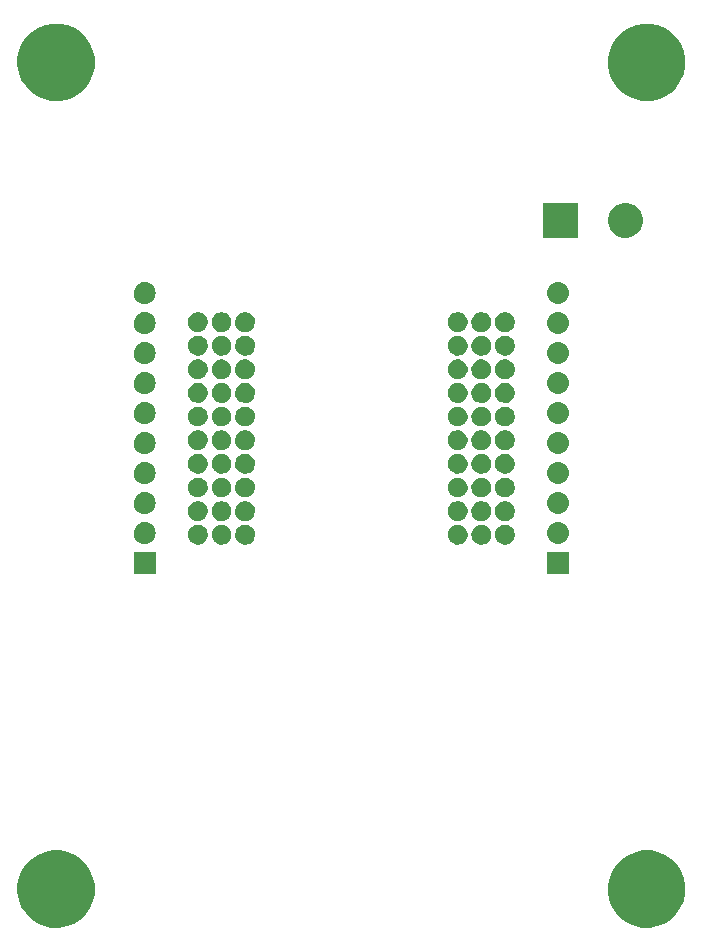
<source format=gbr>
G04 #@! TF.FileFunction,Soldermask,Bot*
%FSLAX46Y46*%
G04 Gerber Fmt 4.6, Leading zero omitted, Abs format (unit mm)*
G04 Created by KiCad (PCBNEW 4.0.7) date 09/25/17 13:32:06*
%MOMM*%
%LPD*%
G01*
G04 APERTURE LIST*
%ADD10C,0.100000*%
G04 APERTURE END LIST*
D10*
G36*
X115344112Y-111725981D02*
X115973488Y-111855173D01*
X116565781Y-112104151D01*
X117098430Y-112463426D01*
X117551162Y-112919330D01*
X117906710Y-113454473D01*
X118151548Y-114048494D01*
X118276290Y-114678487D01*
X118276290Y-114678499D01*
X118276340Y-114678752D01*
X118266093Y-115412604D01*
X118266035Y-115412859D01*
X118266035Y-115412866D01*
X118123751Y-116039132D01*
X117862423Y-116626084D01*
X117492070Y-117151093D01*
X117026789Y-117594175D01*
X116484315Y-117938439D01*
X115885295Y-118170783D01*
X115252566Y-118282351D01*
X114610204Y-118268895D01*
X113982699Y-118130929D01*
X113393942Y-117873708D01*
X112866357Y-117507025D01*
X112420039Y-117044851D01*
X112071993Y-116504788D01*
X111835476Y-115907414D01*
X111719492Y-115275470D01*
X111728463Y-114633037D01*
X111862045Y-114004584D01*
X112115151Y-113414041D01*
X112478142Y-112883907D01*
X112937185Y-112434380D01*
X113474804Y-112082571D01*
X114070520Y-111841886D01*
X114701632Y-111721495D01*
X115344112Y-111725981D01*
X115344112Y-111725981D01*
G37*
G36*
X165344112Y-111725981D02*
X165973488Y-111855173D01*
X166565781Y-112104151D01*
X167098430Y-112463426D01*
X167551162Y-112919330D01*
X167906710Y-113454473D01*
X168151548Y-114048494D01*
X168276290Y-114678487D01*
X168276290Y-114678499D01*
X168276340Y-114678752D01*
X168266093Y-115412604D01*
X168266035Y-115412859D01*
X168266035Y-115412866D01*
X168123751Y-116039132D01*
X167862423Y-116626084D01*
X167492070Y-117151093D01*
X167026789Y-117594175D01*
X166484315Y-117938439D01*
X165885295Y-118170783D01*
X165252566Y-118282351D01*
X164610204Y-118268895D01*
X163982699Y-118130929D01*
X163393942Y-117873708D01*
X162866357Y-117507025D01*
X162420039Y-117044851D01*
X162071993Y-116504788D01*
X161835476Y-115907414D01*
X161719492Y-115275470D01*
X161728463Y-114633037D01*
X161862045Y-114004584D01*
X162115151Y-113414041D01*
X162478142Y-112883907D01*
X162937185Y-112434380D01*
X163474804Y-112082571D01*
X164070520Y-111841886D01*
X164701632Y-111721495D01*
X165344112Y-111725981D01*
X165344112Y-111725981D01*
G37*
G36*
X123426200Y-88336200D02*
X121573800Y-88336200D01*
X121573800Y-86483800D01*
X123426200Y-86483800D01*
X123426200Y-88336200D01*
X123426200Y-88336200D01*
G37*
G36*
X158426200Y-88336200D02*
X156573800Y-88336200D01*
X156573800Y-86483800D01*
X158426200Y-86483800D01*
X158426200Y-88336200D01*
X158426200Y-88336200D01*
G37*
G36*
X129088038Y-84162357D02*
X129249064Y-84195410D01*
X129400599Y-84259110D01*
X129536871Y-84351026D01*
X129652706Y-84467673D01*
X129743669Y-84604583D01*
X129806310Y-84756563D01*
X129838186Y-84917545D01*
X129838186Y-84917557D01*
X129838236Y-84917810D01*
X129835615Y-85105563D01*
X129835557Y-85105818D01*
X129835557Y-85105824D01*
X129799198Y-85265857D01*
X129732338Y-85416028D01*
X129637586Y-85550346D01*
X129518544Y-85663709D01*
X129379757Y-85751786D01*
X129226497Y-85811231D01*
X129064620Y-85839775D01*
X128900271Y-85836332D01*
X128739727Y-85801034D01*
X128589099Y-85735227D01*
X128454116Y-85641410D01*
X128339928Y-85523165D01*
X128250884Y-85384998D01*
X128190370Y-85232156D01*
X128160696Y-85070477D01*
X128162992Y-84906113D01*
X128197167Y-84745328D01*
X128261924Y-84594240D01*
X128354795Y-84458606D01*
X128472236Y-84343599D01*
X128609786Y-84253588D01*
X128762197Y-84192011D01*
X128923663Y-84161209D01*
X129088038Y-84162357D01*
X129088038Y-84162357D01*
G37*
G36*
X127088038Y-84162357D02*
X127249064Y-84195410D01*
X127400599Y-84259110D01*
X127536871Y-84351026D01*
X127652706Y-84467673D01*
X127743669Y-84604583D01*
X127806310Y-84756563D01*
X127838186Y-84917545D01*
X127838186Y-84917557D01*
X127838236Y-84917810D01*
X127835615Y-85105563D01*
X127835557Y-85105818D01*
X127835557Y-85105824D01*
X127799198Y-85265857D01*
X127732338Y-85416028D01*
X127637586Y-85550346D01*
X127518544Y-85663709D01*
X127379757Y-85751786D01*
X127226497Y-85811231D01*
X127064620Y-85839775D01*
X126900271Y-85836332D01*
X126739727Y-85801034D01*
X126589099Y-85735227D01*
X126454116Y-85641410D01*
X126339928Y-85523165D01*
X126250884Y-85384998D01*
X126190370Y-85232156D01*
X126160696Y-85070477D01*
X126162992Y-84906113D01*
X126197167Y-84745328D01*
X126261924Y-84594240D01*
X126354795Y-84458606D01*
X126472236Y-84343599D01*
X126609786Y-84253588D01*
X126762197Y-84192011D01*
X126923663Y-84161209D01*
X127088038Y-84162357D01*
X127088038Y-84162357D01*
G37*
G36*
X131088038Y-84162357D02*
X131249064Y-84195410D01*
X131400599Y-84259110D01*
X131536871Y-84351026D01*
X131652706Y-84467673D01*
X131743669Y-84604583D01*
X131806310Y-84756563D01*
X131838186Y-84917545D01*
X131838186Y-84917557D01*
X131838236Y-84917810D01*
X131835615Y-85105563D01*
X131835557Y-85105818D01*
X131835557Y-85105824D01*
X131799198Y-85265857D01*
X131732338Y-85416028D01*
X131637586Y-85550346D01*
X131518544Y-85663709D01*
X131379757Y-85751786D01*
X131226497Y-85811231D01*
X131064620Y-85839775D01*
X130900271Y-85836332D01*
X130739727Y-85801034D01*
X130589099Y-85735227D01*
X130454116Y-85641410D01*
X130339928Y-85523165D01*
X130250884Y-85384998D01*
X130190370Y-85232156D01*
X130160696Y-85070477D01*
X130162992Y-84906113D01*
X130197167Y-84745328D01*
X130261924Y-84594240D01*
X130354795Y-84458606D01*
X130472236Y-84343599D01*
X130609786Y-84253588D01*
X130762197Y-84192011D01*
X130923663Y-84161209D01*
X131088038Y-84162357D01*
X131088038Y-84162357D01*
G37*
G36*
X149088038Y-84162357D02*
X149249064Y-84195410D01*
X149400599Y-84259110D01*
X149536871Y-84351026D01*
X149652706Y-84467673D01*
X149743669Y-84604583D01*
X149806310Y-84756563D01*
X149838186Y-84917545D01*
X149838186Y-84917557D01*
X149838236Y-84917810D01*
X149835615Y-85105563D01*
X149835557Y-85105818D01*
X149835557Y-85105824D01*
X149799198Y-85265857D01*
X149732338Y-85416028D01*
X149637586Y-85550346D01*
X149518544Y-85663709D01*
X149379757Y-85751786D01*
X149226497Y-85811231D01*
X149064620Y-85839775D01*
X148900271Y-85836332D01*
X148739727Y-85801034D01*
X148589099Y-85735227D01*
X148454116Y-85641410D01*
X148339928Y-85523165D01*
X148250884Y-85384998D01*
X148190370Y-85232156D01*
X148160696Y-85070477D01*
X148162992Y-84906113D01*
X148197167Y-84745328D01*
X148261924Y-84594240D01*
X148354795Y-84458606D01*
X148472236Y-84343599D01*
X148609786Y-84253588D01*
X148762197Y-84192011D01*
X148923663Y-84161209D01*
X149088038Y-84162357D01*
X149088038Y-84162357D01*
G37*
G36*
X151088038Y-84162357D02*
X151249064Y-84195410D01*
X151400599Y-84259110D01*
X151536871Y-84351026D01*
X151652706Y-84467673D01*
X151743669Y-84604583D01*
X151806310Y-84756563D01*
X151838186Y-84917545D01*
X151838186Y-84917557D01*
X151838236Y-84917810D01*
X151835615Y-85105563D01*
X151835557Y-85105818D01*
X151835557Y-85105824D01*
X151799198Y-85265857D01*
X151732338Y-85416028D01*
X151637586Y-85550346D01*
X151518544Y-85663709D01*
X151379757Y-85751786D01*
X151226497Y-85811231D01*
X151064620Y-85839775D01*
X150900271Y-85836332D01*
X150739727Y-85801034D01*
X150589099Y-85735227D01*
X150454116Y-85641410D01*
X150339928Y-85523165D01*
X150250884Y-85384998D01*
X150190370Y-85232156D01*
X150160696Y-85070477D01*
X150162992Y-84906113D01*
X150197167Y-84745328D01*
X150261924Y-84594240D01*
X150354795Y-84458606D01*
X150472236Y-84343599D01*
X150609786Y-84253588D01*
X150762197Y-84192011D01*
X150923663Y-84161209D01*
X151088038Y-84162357D01*
X151088038Y-84162357D01*
G37*
G36*
X153088038Y-84162357D02*
X153249064Y-84195410D01*
X153400599Y-84259110D01*
X153536871Y-84351026D01*
X153652706Y-84467673D01*
X153743669Y-84604583D01*
X153806310Y-84756563D01*
X153838186Y-84917545D01*
X153838186Y-84917557D01*
X153838236Y-84917810D01*
X153835615Y-85105563D01*
X153835557Y-85105818D01*
X153835557Y-85105824D01*
X153799198Y-85265857D01*
X153732338Y-85416028D01*
X153637586Y-85550346D01*
X153518544Y-85663709D01*
X153379757Y-85751786D01*
X153226497Y-85811231D01*
X153064620Y-85839775D01*
X152900271Y-85836332D01*
X152739727Y-85801034D01*
X152589099Y-85735227D01*
X152454116Y-85641410D01*
X152339928Y-85523165D01*
X152250884Y-85384998D01*
X152190370Y-85232156D01*
X152160696Y-85070477D01*
X152162992Y-84906113D01*
X152197167Y-84745328D01*
X152261924Y-84594240D01*
X152354795Y-84458606D01*
X152472236Y-84343599D01*
X152609786Y-84253588D01*
X152762197Y-84192011D01*
X152923663Y-84161209D01*
X153088038Y-84162357D01*
X153088038Y-84162357D01*
G37*
G36*
X157515862Y-83943879D02*
X157515864Y-83943879D01*
X157517413Y-83943890D01*
X157697049Y-83964040D01*
X157869350Y-84018697D01*
X158027753Y-84105780D01*
X158166226Y-84221972D01*
X158279492Y-84362847D01*
X158363239Y-84523039D01*
X158414275Y-84696447D01*
X158414277Y-84696465D01*
X158414282Y-84696483D01*
X158430661Y-84876465D01*
X158411769Y-85056201D01*
X158411767Y-85056206D01*
X158411764Y-85056238D01*
X158358311Y-85228917D01*
X158272336Y-85387924D01*
X158157113Y-85527204D01*
X158017032Y-85641452D01*
X157857428Y-85726315D01*
X157684381Y-85778561D01*
X157504481Y-85796200D01*
X157495457Y-85796200D01*
X157484138Y-85796121D01*
X157484136Y-85796121D01*
X157482587Y-85796110D01*
X157302951Y-85775960D01*
X157130650Y-85721303D01*
X156972247Y-85634220D01*
X156833774Y-85518028D01*
X156720508Y-85377153D01*
X156636761Y-85216961D01*
X156585725Y-85043553D01*
X156585723Y-85043535D01*
X156585718Y-85043517D01*
X156569339Y-84863535D01*
X156588231Y-84683799D01*
X156588233Y-84683794D01*
X156588236Y-84683762D01*
X156641689Y-84511083D01*
X156727664Y-84352076D01*
X156842887Y-84212796D01*
X156982968Y-84098548D01*
X157142572Y-84013685D01*
X157315619Y-83961439D01*
X157495519Y-83943800D01*
X157504543Y-83943800D01*
X157515862Y-83943879D01*
X157515862Y-83943879D01*
G37*
G36*
X122515862Y-83943879D02*
X122515864Y-83943879D01*
X122517413Y-83943890D01*
X122697049Y-83964040D01*
X122869350Y-84018697D01*
X123027753Y-84105780D01*
X123166226Y-84221972D01*
X123279492Y-84362847D01*
X123363239Y-84523039D01*
X123414275Y-84696447D01*
X123414277Y-84696465D01*
X123414282Y-84696483D01*
X123430661Y-84876465D01*
X123411769Y-85056201D01*
X123411767Y-85056206D01*
X123411764Y-85056238D01*
X123358311Y-85228917D01*
X123272336Y-85387924D01*
X123157113Y-85527204D01*
X123017032Y-85641452D01*
X122857428Y-85726315D01*
X122684381Y-85778561D01*
X122504481Y-85796200D01*
X122495457Y-85796200D01*
X122484138Y-85796121D01*
X122484136Y-85796121D01*
X122482587Y-85796110D01*
X122302951Y-85775960D01*
X122130650Y-85721303D01*
X121972247Y-85634220D01*
X121833774Y-85518028D01*
X121720508Y-85377153D01*
X121636761Y-85216961D01*
X121585725Y-85043553D01*
X121585723Y-85043535D01*
X121585718Y-85043517D01*
X121569339Y-84863535D01*
X121588231Y-84683799D01*
X121588233Y-84683794D01*
X121588236Y-84683762D01*
X121641689Y-84511083D01*
X121727664Y-84352076D01*
X121842887Y-84212796D01*
X121982968Y-84098548D01*
X122142572Y-84013685D01*
X122315619Y-83961439D01*
X122495519Y-83943800D01*
X122504543Y-83943800D01*
X122515862Y-83943879D01*
X122515862Y-83943879D01*
G37*
G36*
X127088038Y-82162357D02*
X127249064Y-82195410D01*
X127400599Y-82259110D01*
X127536871Y-82351026D01*
X127652706Y-82467673D01*
X127743669Y-82604583D01*
X127806310Y-82756563D01*
X127838186Y-82917545D01*
X127838186Y-82917557D01*
X127838236Y-82917810D01*
X127835615Y-83105563D01*
X127835557Y-83105818D01*
X127835557Y-83105824D01*
X127799198Y-83265857D01*
X127732338Y-83416028D01*
X127637586Y-83550346D01*
X127518544Y-83663709D01*
X127379757Y-83751786D01*
X127226497Y-83811231D01*
X127064620Y-83839775D01*
X126900271Y-83836332D01*
X126739727Y-83801034D01*
X126589099Y-83735227D01*
X126454116Y-83641410D01*
X126339928Y-83523165D01*
X126250884Y-83384998D01*
X126190370Y-83232156D01*
X126160696Y-83070477D01*
X126162992Y-82906113D01*
X126197167Y-82745328D01*
X126261924Y-82594240D01*
X126354795Y-82458606D01*
X126472236Y-82343599D01*
X126609786Y-82253588D01*
X126762197Y-82192011D01*
X126923663Y-82161209D01*
X127088038Y-82162357D01*
X127088038Y-82162357D01*
G37*
G36*
X149088038Y-82162357D02*
X149249064Y-82195410D01*
X149400599Y-82259110D01*
X149536871Y-82351026D01*
X149652706Y-82467673D01*
X149743669Y-82604583D01*
X149806310Y-82756563D01*
X149838186Y-82917545D01*
X149838186Y-82917557D01*
X149838236Y-82917810D01*
X149835615Y-83105563D01*
X149835557Y-83105818D01*
X149835557Y-83105824D01*
X149799198Y-83265857D01*
X149732338Y-83416028D01*
X149637586Y-83550346D01*
X149518544Y-83663709D01*
X149379757Y-83751786D01*
X149226497Y-83811231D01*
X149064620Y-83839775D01*
X148900271Y-83836332D01*
X148739727Y-83801034D01*
X148589099Y-83735227D01*
X148454116Y-83641410D01*
X148339928Y-83523165D01*
X148250884Y-83384998D01*
X148190370Y-83232156D01*
X148160696Y-83070477D01*
X148162992Y-82906113D01*
X148197167Y-82745328D01*
X148261924Y-82594240D01*
X148354795Y-82458606D01*
X148472236Y-82343599D01*
X148609786Y-82253588D01*
X148762197Y-82192011D01*
X148923663Y-82161209D01*
X149088038Y-82162357D01*
X149088038Y-82162357D01*
G37*
G36*
X131088038Y-82162357D02*
X131249064Y-82195410D01*
X131400599Y-82259110D01*
X131536871Y-82351026D01*
X131652706Y-82467673D01*
X131743669Y-82604583D01*
X131806310Y-82756563D01*
X131838186Y-82917545D01*
X131838186Y-82917557D01*
X131838236Y-82917810D01*
X131835615Y-83105563D01*
X131835557Y-83105818D01*
X131835557Y-83105824D01*
X131799198Y-83265857D01*
X131732338Y-83416028D01*
X131637586Y-83550346D01*
X131518544Y-83663709D01*
X131379757Y-83751786D01*
X131226497Y-83811231D01*
X131064620Y-83839775D01*
X130900271Y-83836332D01*
X130739727Y-83801034D01*
X130589099Y-83735227D01*
X130454116Y-83641410D01*
X130339928Y-83523165D01*
X130250884Y-83384998D01*
X130190370Y-83232156D01*
X130160696Y-83070477D01*
X130162992Y-82906113D01*
X130197167Y-82745328D01*
X130261924Y-82594240D01*
X130354795Y-82458606D01*
X130472236Y-82343599D01*
X130609786Y-82253588D01*
X130762197Y-82192011D01*
X130923663Y-82161209D01*
X131088038Y-82162357D01*
X131088038Y-82162357D01*
G37*
G36*
X129088038Y-82162357D02*
X129249064Y-82195410D01*
X129400599Y-82259110D01*
X129536871Y-82351026D01*
X129652706Y-82467673D01*
X129743669Y-82604583D01*
X129806310Y-82756563D01*
X129838186Y-82917545D01*
X129838186Y-82917557D01*
X129838236Y-82917810D01*
X129835615Y-83105563D01*
X129835557Y-83105818D01*
X129835557Y-83105824D01*
X129799198Y-83265857D01*
X129732338Y-83416028D01*
X129637586Y-83550346D01*
X129518544Y-83663709D01*
X129379757Y-83751786D01*
X129226497Y-83811231D01*
X129064620Y-83839775D01*
X128900271Y-83836332D01*
X128739727Y-83801034D01*
X128589099Y-83735227D01*
X128454116Y-83641410D01*
X128339928Y-83523165D01*
X128250884Y-83384998D01*
X128190370Y-83232156D01*
X128160696Y-83070477D01*
X128162992Y-82906113D01*
X128197167Y-82745328D01*
X128261924Y-82594240D01*
X128354795Y-82458606D01*
X128472236Y-82343599D01*
X128609786Y-82253588D01*
X128762197Y-82192011D01*
X128923663Y-82161209D01*
X129088038Y-82162357D01*
X129088038Y-82162357D01*
G37*
G36*
X151088038Y-82162357D02*
X151249064Y-82195410D01*
X151400599Y-82259110D01*
X151536871Y-82351026D01*
X151652706Y-82467673D01*
X151743669Y-82604583D01*
X151806310Y-82756563D01*
X151838186Y-82917545D01*
X151838186Y-82917557D01*
X151838236Y-82917810D01*
X151835615Y-83105563D01*
X151835557Y-83105818D01*
X151835557Y-83105824D01*
X151799198Y-83265857D01*
X151732338Y-83416028D01*
X151637586Y-83550346D01*
X151518544Y-83663709D01*
X151379757Y-83751786D01*
X151226497Y-83811231D01*
X151064620Y-83839775D01*
X150900271Y-83836332D01*
X150739727Y-83801034D01*
X150589099Y-83735227D01*
X150454116Y-83641410D01*
X150339928Y-83523165D01*
X150250884Y-83384998D01*
X150190370Y-83232156D01*
X150160696Y-83070477D01*
X150162992Y-82906113D01*
X150197167Y-82745328D01*
X150261924Y-82594240D01*
X150354795Y-82458606D01*
X150472236Y-82343599D01*
X150609786Y-82253588D01*
X150762197Y-82192011D01*
X150923663Y-82161209D01*
X151088038Y-82162357D01*
X151088038Y-82162357D01*
G37*
G36*
X153088038Y-82162357D02*
X153249064Y-82195410D01*
X153400599Y-82259110D01*
X153536871Y-82351026D01*
X153652706Y-82467673D01*
X153743669Y-82604583D01*
X153806310Y-82756563D01*
X153838186Y-82917545D01*
X153838186Y-82917557D01*
X153838236Y-82917810D01*
X153835615Y-83105563D01*
X153835557Y-83105818D01*
X153835557Y-83105824D01*
X153799198Y-83265857D01*
X153732338Y-83416028D01*
X153637586Y-83550346D01*
X153518544Y-83663709D01*
X153379757Y-83751786D01*
X153226497Y-83811231D01*
X153064620Y-83839775D01*
X152900271Y-83836332D01*
X152739727Y-83801034D01*
X152589099Y-83735227D01*
X152454116Y-83641410D01*
X152339928Y-83523165D01*
X152250884Y-83384998D01*
X152190370Y-83232156D01*
X152160696Y-83070477D01*
X152162992Y-82906113D01*
X152197167Y-82745328D01*
X152261924Y-82594240D01*
X152354795Y-82458606D01*
X152472236Y-82343599D01*
X152609786Y-82253588D01*
X152762197Y-82192011D01*
X152923663Y-82161209D01*
X153088038Y-82162357D01*
X153088038Y-82162357D01*
G37*
G36*
X122515862Y-81403879D02*
X122515864Y-81403879D01*
X122517413Y-81403890D01*
X122697049Y-81424040D01*
X122869350Y-81478697D01*
X123027753Y-81565780D01*
X123166226Y-81681972D01*
X123279492Y-81822847D01*
X123363239Y-81983039D01*
X123414275Y-82156447D01*
X123414277Y-82156465D01*
X123414282Y-82156483D01*
X123430661Y-82336465D01*
X123411769Y-82516201D01*
X123411767Y-82516206D01*
X123411764Y-82516238D01*
X123358311Y-82688917D01*
X123272336Y-82847924D01*
X123157113Y-82987204D01*
X123017032Y-83101452D01*
X122857428Y-83186315D01*
X122684381Y-83238561D01*
X122504481Y-83256200D01*
X122495457Y-83256200D01*
X122484138Y-83256121D01*
X122484136Y-83256121D01*
X122482587Y-83256110D01*
X122302951Y-83235960D01*
X122130650Y-83181303D01*
X121972247Y-83094220D01*
X121833774Y-82978028D01*
X121720508Y-82837153D01*
X121636761Y-82676961D01*
X121585725Y-82503553D01*
X121585723Y-82503535D01*
X121585718Y-82503517D01*
X121569339Y-82323535D01*
X121588231Y-82143799D01*
X121588233Y-82143794D01*
X121588236Y-82143762D01*
X121641689Y-81971083D01*
X121727664Y-81812076D01*
X121842887Y-81672796D01*
X121982968Y-81558548D01*
X122142572Y-81473685D01*
X122315619Y-81421439D01*
X122495519Y-81403800D01*
X122504543Y-81403800D01*
X122515862Y-81403879D01*
X122515862Y-81403879D01*
G37*
G36*
X157515862Y-81403879D02*
X157515864Y-81403879D01*
X157517413Y-81403890D01*
X157697049Y-81424040D01*
X157869350Y-81478697D01*
X158027753Y-81565780D01*
X158166226Y-81681972D01*
X158279492Y-81822847D01*
X158363239Y-81983039D01*
X158414275Y-82156447D01*
X158414277Y-82156465D01*
X158414282Y-82156483D01*
X158430661Y-82336465D01*
X158411769Y-82516201D01*
X158411767Y-82516206D01*
X158411764Y-82516238D01*
X158358311Y-82688917D01*
X158272336Y-82847924D01*
X158157113Y-82987204D01*
X158017032Y-83101452D01*
X157857428Y-83186315D01*
X157684381Y-83238561D01*
X157504481Y-83256200D01*
X157495457Y-83256200D01*
X157484138Y-83256121D01*
X157484136Y-83256121D01*
X157482587Y-83256110D01*
X157302951Y-83235960D01*
X157130650Y-83181303D01*
X156972247Y-83094220D01*
X156833774Y-82978028D01*
X156720508Y-82837153D01*
X156636761Y-82676961D01*
X156585725Y-82503553D01*
X156585723Y-82503535D01*
X156585718Y-82503517D01*
X156569339Y-82323535D01*
X156588231Y-82143799D01*
X156588233Y-82143794D01*
X156588236Y-82143762D01*
X156641689Y-81971083D01*
X156727664Y-81812076D01*
X156842887Y-81672796D01*
X156982968Y-81558548D01*
X157142572Y-81473685D01*
X157315619Y-81421439D01*
X157495519Y-81403800D01*
X157504543Y-81403800D01*
X157515862Y-81403879D01*
X157515862Y-81403879D01*
G37*
G36*
X149088038Y-80162357D02*
X149249064Y-80195410D01*
X149400599Y-80259110D01*
X149536871Y-80351026D01*
X149652706Y-80467673D01*
X149743669Y-80604583D01*
X149806310Y-80756563D01*
X149838186Y-80917545D01*
X149838186Y-80917557D01*
X149838236Y-80917810D01*
X149835615Y-81105563D01*
X149835557Y-81105818D01*
X149835557Y-81105824D01*
X149799198Y-81265857D01*
X149732338Y-81416028D01*
X149637586Y-81550346D01*
X149518544Y-81663709D01*
X149379757Y-81751786D01*
X149226497Y-81811231D01*
X149064620Y-81839775D01*
X148900271Y-81836332D01*
X148739727Y-81801034D01*
X148589099Y-81735227D01*
X148454116Y-81641410D01*
X148339928Y-81523165D01*
X148250884Y-81384998D01*
X148190370Y-81232156D01*
X148160696Y-81070477D01*
X148162992Y-80906113D01*
X148197167Y-80745328D01*
X148261924Y-80594240D01*
X148354795Y-80458606D01*
X148472236Y-80343599D01*
X148609786Y-80253588D01*
X148762197Y-80192011D01*
X148923663Y-80161209D01*
X149088038Y-80162357D01*
X149088038Y-80162357D01*
G37*
G36*
X131088038Y-80162357D02*
X131249064Y-80195410D01*
X131400599Y-80259110D01*
X131536871Y-80351026D01*
X131652706Y-80467673D01*
X131743669Y-80604583D01*
X131806310Y-80756563D01*
X131838186Y-80917545D01*
X131838186Y-80917557D01*
X131838236Y-80917810D01*
X131835615Y-81105563D01*
X131835557Y-81105818D01*
X131835557Y-81105824D01*
X131799198Y-81265857D01*
X131732338Y-81416028D01*
X131637586Y-81550346D01*
X131518544Y-81663709D01*
X131379757Y-81751786D01*
X131226497Y-81811231D01*
X131064620Y-81839775D01*
X130900271Y-81836332D01*
X130739727Y-81801034D01*
X130589099Y-81735227D01*
X130454116Y-81641410D01*
X130339928Y-81523165D01*
X130250884Y-81384998D01*
X130190370Y-81232156D01*
X130160696Y-81070477D01*
X130162992Y-80906113D01*
X130197167Y-80745328D01*
X130261924Y-80594240D01*
X130354795Y-80458606D01*
X130472236Y-80343599D01*
X130609786Y-80253588D01*
X130762197Y-80192011D01*
X130923663Y-80161209D01*
X131088038Y-80162357D01*
X131088038Y-80162357D01*
G37*
G36*
X127088038Y-80162357D02*
X127249064Y-80195410D01*
X127400599Y-80259110D01*
X127536871Y-80351026D01*
X127652706Y-80467673D01*
X127743669Y-80604583D01*
X127806310Y-80756563D01*
X127838186Y-80917545D01*
X127838186Y-80917557D01*
X127838236Y-80917810D01*
X127835615Y-81105563D01*
X127835557Y-81105818D01*
X127835557Y-81105824D01*
X127799198Y-81265857D01*
X127732338Y-81416028D01*
X127637586Y-81550346D01*
X127518544Y-81663709D01*
X127379757Y-81751786D01*
X127226497Y-81811231D01*
X127064620Y-81839775D01*
X126900271Y-81836332D01*
X126739727Y-81801034D01*
X126589099Y-81735227D01*
X126454116Y-81641410D01*
X126339928Y-81523165D01*
X126250884Y-81384998D01*
X126190370Y-81232156D01*
X126160696Y-81070477D01*
X126162992Y-80906113D01*
X126197167Y-80745328D01*
X126261924Y-80594240D01*
X126354795Y-80458606D01*
X126472236Y-80343599D01*
X126609786Y-80253588D01*
X126762197Y-80192011D01*
X126923663Y-80161209D01*
X127088038Y-80162357D01*
X127088038Y-80162357D01*
G37*
G36*
X151088038Y-80162357D02*
X151249064Y-80195410D01*
X151400599Y-80259110D01*
X151536871Y-80351026D01*
X151652706Y-80467673D01*
X151743669Y-80604583D01*
X151806310Y-80756563D01*
X151838186Y-80917545D01*
X151838186Y-80917557D01*
X151838236Y-80917810D01*
X151835615Y-81105563D01*
X151835557Y-81105818D01*
X151835557Y-81105824D01*
X151799198Y-81265857D01*
X151732338Y-81416028D01*
X151637586Y-81550346D01*
X151518544Y-81663709D01*
X151379757Y-81751786D01*
X151226497Y-81811231D01*
X151064620Y-81839775D01*
X150900271Y-81836332D01*
X150739727Y-81801034D01*
X150589099Y-81735227D01*
X150454116Y-81641410D01*
X150339928Y-81523165D01*
X150250884Y-81384998D01*
X150190370Y-81232156D01*
X150160696Y-81070477D01*
X150162992Y-80906113D01*
X150197167Y-80745328D01*
X150261924Y-80594240D01*
X150354795Y-80458606D01*
X150472236Y-80343599D01*
X150609786Y-80253588D01*
X150762197Y-80192011D01*
X150923663Y-80161209D01*
X151088038Y-80162357D01*
X151088038Y-80162357D01*
G37*
G36*
X129088038Y-80162357D02*
X129249064Y-80195410D01*
X129400599Y-80259110D01*
X129536871Y-80351026D01*
X129652706Y-80467673D01*
X129743669Y-80604583D01*
X129806310Y-80756563D01*
X129838186Y-80917545D01*
X129838186Y-80917557D01*
X129838236Y-80917810D01*
X129835615Y-81105563D01*
X129835557Y-81105818D01*
X129835557Y-81105824D01*
X129799198Y-81265857D01*
X129732338Y-81416028D01*
X129637586Y-81550346D01*
X129518544Y-81663709D01*
X129379757Y-81751786D01*
X129226497Y-81811231D01*
X129064620Y-81839775D01*
X128900271Y-81836332D01*
X128739727Y-81801034D01*
X128589099Y-81735227D01*
X128454116Y-81641410D01*
X128339928Y-81523165D01*
X128250884Y-81384998D01*
X128190370Y-81232156D01*
X128160696Y-81070477D01*
X128162992Y-80906113D01*
X128197167Y-80745328D01*
X128261924Y-80594240D01*
X128354795Y-80458606D01*
X128472236Y-80343599D01*
X128609786Y-80253588D01*
X128762197Y-80192011D01*
X128923663Y-80161209D01*
X129088038Y-80162357D01*
X129088038Y-80162357D01*
G37*
G36*
X153088038Y-80162357D02*
X153249064Y-80195410D01*
X153400599Y-80259110D01*
X153536871Y-80351026D01*
X153652706Y-80467673D01*
X153743669Y-80604583D01*
X153806310Y-80756563D01*
X153838186Y-80917545D01*
X153838186Y-80917557D01*
X153838236Y-80917810D01*
X153835615Y-81105563D01*
X153835557Y-81105818D01*
X153835557Y-81105824D01*
X153799198Y-81265857D01*
X153732338Y-81416028D01*
X153637586Y-81550346D01*
X153518544Y-81663709D01*
X153379757Y-81751786D01*
X153226497Y-81811231D01*
X153064620Y-81839775D01*
X152900271Y-81836332D01*
X152739727Y-81801034D01*
X152589099Y-81735227D01*
X152454116Y-81641410D01*
X152339928Y-81523165D01*
X152250884Y-81384998D01*
X152190370Y-81232156D01*
X152160696Y-81070477D01*
X152162992Y-80906113D01*
X152197167Y-80745328D01*
X152261924Y-80594240D01*
X152354795Y-80458606D01*
X152472236Y-80343599D01*
X152609786Y-80253588D01*
X152762197Y-80192011D01*
X152923663Y-80161209D01*
X153088038Y-80162357D01*
X153088038Y-80162357D01*
G37*
G36*
X122515862Y-78863879D02*
X122515864Y-78863879D01*
X122517413Y-78863890D01*
X122697049Y-78884040D01*
X122869350Y-78938697D01*
X123027753Y-79025780D01*
X123166226Y-79141972D01*
X123279492Y-79282847D01*
X123363239Y-79443039D01*
X123414275Y-79616447D01*
X123414277Y-79616465D01*
X123414282Y-79616483D01*
X123430661Y-79796465D01*
X123411769Y-79976201D01*
X123411767Y-79976206D01*
X123411764Y-79976238D01*
X123358311Y-80148917D01*
X123272336Y-80307924D01*
X123157113Y-80447204D01*
X123017032Y-80561452D01*
X122857428Y-80646315D01*
X122684381Y-80698561D01*
X122504481Y-80716200D01*
X122495457Y-80716200D01*
X122484138Y-80716121D01*
X122484136Y-80716121D01*
X122482587Y-80716110D01*
X122302951Y-80695960D01*
X122130650Y-80641303D01*
X121972247Y-80554220D01*
X121833774Y-80438028D01*
X121720508Y-80297153D01*
X121636761Y-80136961D01*
X121585725Y-79963553D01*
X121585723Y-79963535D01*
X121585718Y-79963517D01*
X121569339Y-79783535D01*
X121588231Y-79603799D01*
X121588233Y-79603794D01*
X121588236Y-79603762D01*
X121641689Y-79431083D01*
X121727664Y-79272076D01*
X121842887Y-79132796D01*
X121982968Y-79018548D01*
X122142572Y-78933685D01*
X122315619Y-78881439D01*
X122495519Y-78863800D01*
X122504543Y-78863800D01*
X122515862Y-78863879D01*
X122515862Y-78863879D01*
G37*
G36*
X157515862Y-78863879D02*
X157515864Y-78863879D01*
X157517413Y-78863890D01*
X157697049Y-78884040D01*
X157869350Y-78938697D01*
X158027753Y-79025780D01*
X158166226Y-79141972D01*
X158279492Y-79282847D01*
X158363239Y-79443039D01*
X158414275Y-79616447D01*
X158414277Y-79616465D01*
X158414282Y-79616483D01*
X158430661Y-79796465D01*
X158411769Y-79976201D01*
X158411767Y-79976206D01*
X158411764Y-79976238D01*
X158358311Y-80148917D01*
X158272336Y-80307924D01*
X158157113Y-80447204D01*
X158017032Y-80561452D01*
X157857428Y-80646315D01*
X157684381Y-80698561D01*
X157504481Y-80716200D01*
X157495457Y-80716200D01*
X157484138Y-80716121D01*
X157484136Y-80716121D01*
X157482587Y-80716110D01*
X157302951Y-80695960D01*
X157130650Y-80641303D01*
X156972247Y-80554220D01*
X156833774Y-80438028D01*
X156720508Y-80297153D01*
X156636761Y-80136961D01*
X156585725Y-79963553D01*
X156585723Y-79963535D01*
X156585718Y-79963517D01*
X156569339Y-79783535D01*
X156588231Y-79603799D01*
X156588233Y-79603794D01*
X156588236Y-79603762D01*
X156641689Y-79431083D01*
X156727664Y-79272076D01*
X156842887Y-79132796D01*
X156982968Y-79018548D01*
X157142572Y-78933685D01*
X157315619Y-78881439D01*
X157495519Y-78863800D01*
X157504543Y-78863800D01*
X157515862Y-78863879D01*
X157515862Y-78863879D01*
G37*
G36*
X153088038Y-78162357D02*
X153249064Y-78195410D01*
X153400599Y-78259110D01*
X153536871Y-78351026D01*
X153652706Y-78467673D01*
X153743669Y-78604583D01*
X153806310Y-78756563D01*
X153838186Y-78917545D01*
X153838186Y-78917557D01*
X153838236Y-78917810D01*
X153835615Y-79105563D01*
X153835557Y-79105818D01*
X153835557Y-79105824D01*
X153799198Y-79265857D01*
X153732338Y-79416028D01*
X153637586Y-79550346D01*
X153518544Y-79663709D01*
X153379757Y-79751786D01*
X153226497Y-79811231D01*
X153064620Y-79839775D01*
X152900271Y-79836332D01*
X152739727Y-79801034D01*
X152589099Y-79735227D01*
X152454116Y-79641410D01*
X152339928Y-79523165D01*
X152250884Y-79384998D01*
X152190370Y-79232156D01*
X152160696Y-79070477D01*
X152162992Y-78906113D01*
X152197167Y-78745328D01*
X152261924Y-78594240D01*
X152354795Y-78458606D01*
X152472236Y-78343599D01*
X152609786Y-78253588D01*
X152762197Y-78192011D01*
X152923663Y-78161209D01*
X153088038Y-78162357D01*
X153088038Y-78162357D01*
G37*
G36*
X127088038Y-78162357D02*
X127249064Y-78195410D01*
X127400599Y-78259110D01*
X127536871Y-78351026D01*
X127652706Y-78467673D01*
X127743669Y-78604583D01*
X127806310Y-78756563D01*
X127838186Y-78917545D01*
X127838186Y-78917557D01*
X127838236Y-78917810D01*
X127835615Y-79105563D01*
X127835557Y-79105818D01*
X127835557Y-79105824D01*
X127799198Y-79265857D01*
X127732338Y-79416028D01*
X127637586Y-79550346D01*
X127518544Y-79663709D01*
X127379757Y-79751786D01*
X127226497Y-79811231D01*
X127064620Y-79839775D01*
X126900271Y-79836332D01*
X126739727Y-79801034D01*
X126589099Y-79735227D01*
X126454116Y-79641410D01*
X126339928Y-79523165D01*
X126250884Y-79384998D01*
X126190370Y-79232156D01*
X126160696Y-79070477D01*
X126162992Y-78906113D01*
X126197167Y-78745328D01*
X126261924Y-78594240D01*
X126354795Y-78458606D01*
X126472236Y-78343599D01*
X126609786Y-78253588D01*
X126762197Y-78192011D01*
X126923663Y-78161209D01*
X127088038Y-78162357D01*
X127088038Y-78162357D01*
G37*
G36*
X129088038Y-78162357D02*
X129249064Y-78195410D01*
X129400599Y-78259110D01*
X129536871Y-78351026D01*
X129652706Y-78467673D01*
X129743669Y-78604583D01*
X129806310Y-78756563D01*
X129838186Y-78917545D01*
X129838186Y-78917557D01*
X129838236Y-78917810D01*
X129835615Y-79105563D01*
X129835557Y-79105818D01*
X129835557Y-79105824D01*
X129799198Y-79265857D01*
X129732338Y-79416028D01*
X129637586Y-79550346D01*
X129518544Y-79663709D01*
X129379757Y-79751786D01*
X129226497Y-79811231D01*
X129064620Y-79839775D01*
X128900271Y-79836332D01*
X128739727Y-79801034D01*
X128589099Y-79735227D01*
X128454116Y-79641410D01*
X128339928Y-79523165D01*
X128250884Y-79384998D01*
X128190370Y-79232156D01*
X128160696Y-79070477D01*
X128162992Y-78906113D01*
X128197167Y-78745328D01*
X128261924Y-78594240D01*
X128354795Y-78458606D01*
X128472236Y-78343599D01*
X128609786Y-78253588D01*
X128762197Y-78192011D01*
X128923663Y-78161209D01*
X129088038Y-78162357D01*
X129088038Y-78162357D01*
G37*
G36*
X131088038Y-78162357D02*
X131249064Y-78195410D01*
X131400599Y-78259110D01*
X131536871Y-78351026D01*
X131652706Y-78467673D01*
X131743669Y-78604583D01*
X131806310Y-78756563D01*
X131838186Y-78917545D01*
X131838186Y-78917557D01*
X131838236Y-78917810D01*
X131835615Y-79105563D01*
X131835557Y-79105818D01*
X131835557Y-79105824D01*
X131799198Y-79265857D01*
X131732338Y-79416028D01*
X131637586Y-79550346D01*
X131518544Y-79663709D01*
X131379757Y-79751786D01*
X131226497Y-79811231D01*
X131064620Y-79839775D01*
X130900271Y-79836332D01*
X130739727Y-79801034D01*
X130589099Y-79735227D01*
X130454116Y-79641410D01*
X130339928Y-79523165D01*
X130250884Y-79384998D01*
X130190370Y-79232156D01*
X130160696Y-79070477D01*
X130162992Y-78906113D01*
X130197167Y-78745328D01*
X130261924Y-78594240D01*
X130354795Y-78458606D01*
X130472236Y-78343599D01*
X130609786Y-78253588D01*
X130762197Y-78192011D01*
X130923663Y-78161209D01*
X131088038Y-78162357D01*
X131088038Y-78162357D01*
G37*
G36*
X149088038Y-78162357D02*
X149249064Y-78195410D01*
X149400599Y-78259110D01*
X149536871Y-78351026D01*
X149652706Y-78467673D01*
X149743669Y-78604583D01*
X149806310Y-78756563D01*
X149838186Y-78917545D01*
X149838186Y-78917557D01*
X149838236Y-78917810D01*
X149835615Y-79105563D01*
X149835557Y-79105818D01*
X149835557Y-79105824D01*
X149799198Y-79265857D01*
X149732338Y-79416028D01*
X149637586Y-79550346D01*
X149518544Y-79663709D01*
X149379757Y-79751786D01*
X149226497Y-79811231D01*
X149064620Y-79839775D01*
X148900271Y-79836332D01*
X148739727Y-79801034D01*
X148589099Y-79735227D01*
X148454116Y-79641410D01*
X148339928Y-79523165D01*
X148250884Y-79384998D01*
X148190370Y-79232156D01*
X148160696Y-79070477D01*
X148162992Y-78906113D01*
X148197167Y-78745328D01*
X148261924Y-78594240D01*
X148354795Y-78458606D01*
X148472236Y-78343599D01*
X148609786Y-78253588D01*
X148762197Y-78192011D01*
X148923663Y-78161209D01*
X149088038Y-78162357D01*
X149088038Y-78162357D01*
G37*
G36*
X151088038Y-78162357D02*
X151249064Y-78195410D01*
X151400599Y-78259110D01*
X151536871Y-78351026D01*
X151652706Y-78467673D01*
X151743669Y-78604583D01*
X151806310Y-78756563D01*
X151838186Y-78917545D01*
X151838186Y-78917557D01*
X151838236Y-78917810D01*
X151835615Y-79105563D01*
X151835557Y-79105818D01*
X151835557Y-79105824D01*
X151799198Y-79265857D01*
X151732338Y-79416028D01*
X151637586Y-79550346D01*
X151518544Y-79663709D01*
X151379757Y-79751786D01*
X151226497Y-79811231D01*
X151064620Y-79839775D01*
X150900271Y-79836332D01*
X150739727Y-79801034D01*
X150589099Y-79735227D01*
X150454116Y-79641410D01*
X150339928Y-79523165D01*
X150250884Y-79384998D01*
X150190370Y-79232156D01*
X150160696Y-79070477D01*
X150162992Y-78906113D01*
X150197167Y-78745328D01*
X150261924Y-78594240D01*
X150354795Y-78458606D01*
X150472236Y-78343599D01*
X150609786Y-78253588D01*
X150762197Y-78192011D01*
X150923663Y-78161209D01*
X151088038Y-78162357D01*
X151088038Y-78162357D01*
G37*
G36*
X122515862Y-76323879D02*
X122515864Y-76323879D01*
X122517413Y-76323890D01*
X122697049Y-76344040D01*
X122869350Y-76398697D01*
X123027753Y-76485780D01*
X123166226Y-76601972D01*
X123279492Y-76742847D01*
X123363239Y-76903039D01*
X123414275Y-77076447D01*
X123414277Y-77076465D01*
X123414282Y-77076483D01*
X123430661Y-77256465D01*
X123411769Y-77436201D01*
X123411767Y-77436206D01*
X123411764Y-77436238D01*
X123358311Y-77608917D01*
X123272336Y-77767924D01*
X123157113Y-77907204D01*
X123017032Y-78021452D01*
X122857428Y-78106315D01*
X122684381Y-78158561D01*
X122504481Y-78176200D01*
X122495457Y-78176200D01*
X122484138Y-78176121D01*
X122484136Y-78176121D01*
X122482587Y-78176110D01*
X122302951Y-78155960D01*
X122130650Y-78101303D01*
X121972247Y-78014220D01*
X121833774Y-77898028D01*
X121720508Y-77757153D01*
X121636761Y-77596961D01*
X121585725Y-77423553D01*
X121585723Y-77423535D01*
X121585718Y-77423517D01*
X121569339Y-77243535D01*
X121588231Y-77063799D01*
X121588233Y-77063794D01*
X121588236Y-77063762D01*
X121641689Y-76891083D01*
X121727664Y-76732076D01*
X121842887Y-76592796D01*
X121982968Y-76478548D01*
X122142572Y-76393685D01*
X122315619Y-76341439D01*
X122495519Y-76323800D01*
X122504543Y-76323800D01*
X122515862Y-76323879D01*
X122515862Y-76323879D01*
G37*
G36*
X157515862Y-76323879D02*
X157515864Y-76323879D01*
X157517413Y-76323890D01*
X157697049Y-76344040D01*
X157869350Y-76398697D01*
X158027753Y-76485780D01*
X158166226Y-76601972D01*
X158279492Y-76742847D01*
X158363239Y-76903039D01*
X158414275Y-77076447D01*
X158414277Y-77076465D01*
X158414282Y-77076483D01*
X158430661Y-77256465D01*
X158411769Y-77436201D01*
X158411767Y-77436206D01*
X158411764Y-77436238D01*
X158358311Y-77608917D01*
X158272336Y-77767924D01*
X158157113Y-77907204D01*
X158017032Y-78021452D01*
X157857428Y-78106315D01*
X157684381Y-78158561D01*
X157504481Y-78176200D01*
X157495457Y-78176200D01*
X157484138Y-78176121D01*
X157484136Y-78176121D01*
X157482587Y-78176110D01*
X157302951Y-78155960D01*
X157130650Y-78101303D01*
X156972247Y-78014220D01*
X156833774Y-77898028D01*
X156720508Y-77757153D01*
X156636761Y-77596961D01*
X156585725Y-77423553D01*
X156585723Y-77423535D01*
X156585718Y-77423517D01*
X156569339Y-77243535D01*
X156588231Y-77063799D01*
X156588233Y-77063794D01*
X156588236Y-77063762D01*
X156641689Y-76891083D01*
X156727664Y-76732076D01*
X156842887Y-76592796D01*
X156982968Y-76478548D01*
X157142572Y-76393685D01*
X157315619Y-76341439D01*
X157495519Y-76323800D01*
X157504543Y-76323800D01*
X157515862Y-76323879D01*
X157515862Y-76323879D01*
G37*
G36*
X129088038Y-76162357D02*
X129249064Y-76195410D01*
X129400599Y-76259110D01*
X129536871Y-76351026D01*
X129652706Y-76467673D01*
X129743669Y-76604583D01*
X129806310Y-76756563D01*
X129838186Y-76917545D01*
X129838186Y-76917557D01*
X129838236Y-76917810D01*
X129835615Y-77105563D01*
X129835557Y-77105818D01*
X129835557Y-77105824D01*
X129799198Y-77265857D01*
X129732338Y-77416028D01*
X129637586Y-77550346D01*
X129518544Y-77663709D01*
X129379757Y-77751786D01*
X129226497Y-77811231D01*
X129064620Y-77839775D01*
X128900271Y-77836332D01*
X128739727Y-77801034D01*
X128589099Y-77735227D01*
X128454116Y-77641410D01*
X128339928Y-77523165D01*
X128250884Y-77384998D01*
X128190370Y-77232156D01*
X128160696Y-77070477D01*
X128162992Y-76906113D01*
X128197167Y-76745328D01*
X128261924Y-76594240D01*
X128354795Y-76458606D01*
X128472236Y-76343599D01*
X128609786Y-76253588D01*
X128762197Y-76192011D01*
X128923663Y-76161209D01*
X129088038Y-76162357D01*
X129088038Y-76162357D01*
G37*
G36*
X131088038Y-76162357D02*
X131249064Y-76195410D01*
X131400599Y-76259110D01*
X131536871Y-76351026D01*
X131652706Y-76467673D01*
X131743669Y-76604583D01*
X131806310Y-76756563D01*
X131838186Y-76917545D01*
X131838186Y-76917557D01*
X131838236Y-76917810D01*
X131835615Y-77105563D01*
X131835557Y-77105818D01*
X131835557Y-77105824D01*
X131799198Y-77265857D01*
X131732338Y-77416028D01*
X131637586Y-77550346D01*
X131518544Y-77663709D01*
X131379757Y-77751786D01*
X131226497Y-77811231D01*
X131064620Y-77839775D01*
X130900271Y-77836332D01*
X130739727Y-77801034D01*
X130589099Y-77735227D01*
X130454116Y-77641410D01*
X130339928Y-77523165D01*
X130250884Y-77384998D01*
X130190370Y-77232156D01*
X130160696Y-77070477D01*
X130162992Y-76906113D01*
X130197167Y-76745328D01*
X130261924Y-76594240D01*
X130354795Y-76458606D01*
X130472236Y-76343599D01*
X130609786Y-76253588D01*
X130762197Y-76192011D01*
X130923663Y-76161209D01*
X131088038Y-76162357D01*
X131088038Y-76162357D01*
G37*
G36*
X149088038Y-76162357D02*
X149249064Y-76195410D01*
X149400599Y-76259110D01*
X149536871Y-76351026D01*
X149652706Y-76467673D01*
X149743669Y-76604583D01*
X149806310Y-76756563D01*
X149838186Y-76917545D01*
X149838186Y-76917557D01*
X149838236Y-76917810D01*
X149835615Y-77105563D01*
X149835557Y-77105818D01*
X149835557Y-77105824D01*
X149799198Y-77265857D01*
X149732338Y-77416028D01*
X149637586Y-77550346D01*
X149518544Y-77663709D01*
X149379757Y-77751786D01*
X149226497Y-77811231D01*
X149064620Y-77839775D01*
X148900271Y-77836332D01*
X148739727Y-77801034D01*
X148589099Y-77735227D01*
X148454116Y-77641410D01*
X148339928Y-77523165D01*
X148250884Y-77384998D01*
X148190370Y-77232156D01*
X148160696Y-77070477D01*
X148162992Y-76906113D01*
X148197167Y-76745328D01*
X148261924Y-76594240D01*
X148354795Y-76458606D01*
X148472236Y-76343599D01*
X148609786Y-76253588D01*
X148762197Y-76192011D01*
X148923663Y-76161209D01*
X149088038Y-76162357D01*
X149088038Y-76162357D01*
G37*
G36*
X151088038Y-76162357D02*
X151249064Y-76195410D01*
X151400599Y-76259110D01*
X151536871Y-76351026D01*
X151652706Y-76467673D01*
X151743669Y-76604583D01*
X151806310Y-76756563D01*
X151838186Y-76917545D01*
X151838186Y-76917557D01*
X151838236Y-76917810D01*
X151835615Y-77105563D01*
X151835557Y-77105818D01*
X151835557Y-77105824D01*
X151799198Y-77265857D01*
X151732338Y-77416028D01*
X151637586Y-77550346D01*
X151518544Y-77663709D01*
X151379757Y-77751786D01*
X151226497Y-77811231D01*
X151064620Y-77839775D01*
X150900271Y-77836332D01*
X150739727Y-77801034D01*
X150589099Y-77735227D01*
X150454116Y-77641410D01*
X150339928Y-77523165D01*
X150250884Y-77384998D01*
X150190370Y-77232156D01*
X150160696Y-77070477D01*
X150162992Y-76906113D01*
X150197167Y-76745328D01*
X150261924Y-76594240D01*
X150354795Y-76458606D01*
X150472236Y-76343599D01*
X150609786Y-76253588D01*
X150762197Y-76192011D01*
X150923663Y-76161209D01*
X151088038Y-76162357D01*
X151088038Y-76162357D01*
G37*
G36*
X153088038Y-76162357D02*
X153249064Y-76195410D01*
X153400599Y-76259110D01*
X153536871Y-76351026D01*
X153652706Y-76467673D01*
X153743669Y-76604583D01*
X153806310Y-76756563D01*
X153838186Y-76917545D01*
X153838186Y-76917557D01*
X153838236Y-76917810D01*
X153835615Y-77105563D01*
X153835557Y-77105818D01*
X153835557Y-77105824D01*
X153799198Y-77265857D01*
X153732338Y-77416028D01*
X153637586Y-77550346D01*
X153518544Y-77663709D01*
X153379757Y-77751786D01*
X153226497Y-77811231D01*
X153064620Y-77839775D01*
X152900271Y-77836332D01*
X152739727Y-77801034D01*
X152589099Y-77735227D01*
X152454116Y-77641410D01*
X152339928Y-77523165D01*
X152250884Y-77384998D01*
X152190370Y-77232156D01*
X152160696Y-77070477D01*
X152162992Y-76906113D01*
X152197167Y-76745328D01*
X152261924Y-76594240D01*
X152354795Y-76458606D01*
X152472236Y-76343599D01*
X152609786Y-76253588D01*
X152762197Y-76192011D01*
X152923663Y-76161209D01*
X153088038Y-76162357D01*
X153088038Y-76162357D01*
G37*
G36*
X127088038Y-76162357D02*
X127249064Y-76195410D01*
X127400599Y-76259110D01*
X127536871Y-76351026D01*
X127652706Y-76467673D01*
X127743669Y-76604583D01*
X127806310Y-76756563D01*
X127838186Y-76917545D01*
X127838186Y-76917557D01*
X127838236Y-76917810D01*
X127835615Y-77105563D01*
X127835557Y-77105818D01*
X127835557Y-77105824D01*
X127799198Y-77265857D01*
X127732338Y-77416028D01*
X127637586Y-77550346D01*
X127518544Y-77663709D01*
X127379757Y-77751786D01*
X127226497Y-77811231D01*
X127064620Y-77839775D01*
X126900271Y-77836332D01*
X126739727Y-77801034D01*
X126589099Y-77735227D01*
X126454116Y-77641410D01*
X126339928Y-77523165D01*
X126250884Y-77384998D01*
X126190370Y-77232156D01*
X126160696Y-77070477D01*
X126162992Y-76906113D01*
X126197167Y-76745328D01*
X126261924Y-76594240D01*
X126354795Y-76458606D01*
X126472236Y-76343599D01*
X126609786Y-76253588D01*
X126762197Y-76192011D01*
X126923663Y-76161209D01*
X127088038Y-76162357D01*
X127088038Y-76162357D01*
G37*
G36*
X129088038Y-74162357D02*
X129249064Y-74195410D01*
X129400599Y-74259110D01*
X129536871Y-74351026D01*
X129652706Y-74467673D01*
X129743669Y-74604583D01*
X129806310Y-74756563D01*
X129838186Y-74917545D01*
X129838186Y-74917557D01*
X129838236Y-74917810D01*
X129835615Y-75105563D01*
X129835557Y-75105818D01*
X129835557Y-75105824D01*
X129799198Y-75265857D01*
X129732338Y-75416028D01*
X129637586Y-75550346D01*
X129518544Y-75663709D01*
X129379757Y-75751786D01*
X129226497Y-75811231D01*
X129064620Y-75839775D01*
X128900271Y-75836332D01*
X128739727Y-75801034D01*
X128589099Y-75735227D01*
X128454116Y-75641410D01*
X128339928Y-75523165D01*
X128250884Y-75384998D01*
X128190370Y-75232156D01*
X128160696Y-75070477D01*
X128162992Y-74906113D01*
X128197167Y-74745328D01*
X128261924Y-74594240D01*
X128354795Y-74458606D01*
X128472236Y-74343599D01*
X128609786Y-74253588D01*
X128762197Y-74192011D01*
X128923663Y-74161209D01*
X129088038Y-74162357D01*
X129088038Y-74162357D01*
G37*
G36*
X127088038Y-74162357D02*
X127249064Y-74195410D01*
X127400599Y-74259110D01*
X127536871Y-74351026D01*
X127652706Y-74467673D01*
X127743669Y-74604583D01*
X127806310Y-74756563D01*
X127838186Y-74917545D01*
X127838186Y-74917557D01*
X127838236Y-74917810D01*
X127835615Y-75105563D01*
X127835557Y-75105818D01*
X127835557Y-75105824D01*
X127799198Y-75265857D01*
X127732338Y-75416028D01*
X127637586Y-75550346D01*
X127518544Y-75663709D01*
X127379757Y-75751786D01*
X127226497Y-75811231D01*
X127064620Y-75839775D01*
X126900271Y-75836332D01*
X126739727Y-75801034D01*
X126589099Y-75735227D01*
X126454116Y-75641410D01*
X126339928Y-75523165D01*
X126250884Y-75384998D01*
X126190370Y-75232156D01*
X126160696Y-75070477D01*
X126162992Y-74906113D01*
X126197167Y-74745328D01*
X126261924Y-74594240D01*
X126354795Y-74458606D01*
X126472236Y-74343599D01*
X126609786Y-74253588D01*
X126762197Y-74192011D01*
X126923663Y-74161209D01*
X127088038Y-74162357D01*
X127088038Y-74162357D01*
G37*
G36*
X153088038Y-74162357D02*
X153249064Y-74195410D01*
X153400599Y-74259110D01*
X153536871Y-74351026D01*
X153652706Y-74467673D01*
X153743669Y-74604583D01*
X153806310Y-74756563D01*
X153838186Y-74917545D01*
X153838186Y-74917557D01*
X153838236Y-74917810D01*
X153835615Y-75105563D01*
X153835557Y-75105818D01*
X153835557Y-75105824D01*
X153799198Y-75265857D01*
X153732338Y-75416028D01*
X153637586Y-75550346D01*
X153518544Y-75663709D01*
X153379757Y-75751786D01*
X153226497Y-75811231D01*
X153064620Y-75839775D01*
X152900271Y-75836332D01*
X152739727Y-75801034D01*
X152589099Y-75735227D01*
X152454116Y-75641410D01*
X152339928Y-75523165D01*
X152250884Y-75384998D01*
X152190370Y-75232156D01*
X152160696Y-75070477D01*
X152162992Y-74906113D01*
X152197167Y-74745328D01*
X152261924Y-74594240D01*
X152354795Y-74458606D01*
X152472236Y-74343599D01*
X152609786Y-74253588D01*
X152762197Y-74192011D01*
X152923663Y-74161209D01*
X153088038Y-74162357D01*
X153088038Y-74162357D01*
G37*
G36*
X149088038Y-74162357D02*
X149249064Y-74195410D01*
X149400599Y-74259110D01*
X149536871Y-74351026D01*
X149652706Y-74467673D01*
X149743669Y-74604583D01*
X149806310Y-74756563D01*
X149838186Y-74917545D01*
X149838186Y-74917557D01*
X149838236Y-74917810D01*
X149835615Y-75105563D01*
X149835557Y-75105818D01*
X149835557Y-75105824D01*
X149799198Y-75265857D01*
X149732338Y-75416028D01*
X149637586Y-75550346D01*
X149518544Y-75663709D01*
X149379757Y-75751786D01*
X149226497Y-75811231D01*
X149064620Y-75839775D01*
X148900271Y-75836332D01*
X148739727Y-75801034D01*
X148589099Y-75735227D01*
X148454116Y-75641410D01*
X148339928Y-75523165D01*
X148250884Y-75384998D01*
X148190370Y-75232156D01*
X148160696Y-75070477D01*
X148162992Y-74906113D01*
X148197167Y-74745328D01*
X148261924Y-74594240D01*
X148354795Y-74458606D01*
X148472236Y-74343599D01*
X148609786Y-74253588D01*
X148762197Y-74192011D01*
X148923663Y-74161209D01*
X149088038Y-74162357D01*
X149088038Y-74162357D01*
G37*
G36*
X131088038Y-74162357D02*
X131249064Y-74195410D01*
X131400599Y-74259110D01*
X131536871Y-74351026D01*
X131652706Y-74467673D01*
X131743669Y-74604583D01*
X131806310Y-74756563D01*
X131838186Y-74917545D01*
X131838186Y-74917557D01*
X131838236Y-74917810D01*
X131835615Y-75105563D01*
X131835557Y-75105818D01*
X131835557Y-75105824D01*
X131799198Y-75265857D01*
X131732338Y-75416028D01*
X131637586Y-75550346D01*
X131518544Y-75663709D01*
X131379757Y-75751786D01*
X131226497Y-75811231D01*
X131064620Y-75839775D01*
X130900271Y-75836332D01*
X130739727Y-75801034D01*
X130589099Y-75735227D01*
X130454116Y-75641410D01*
X130339928Y-75523165D01*
X130250884Y-75384998D01*
X130190370Y-75232156D01*
X130160696Y-75070477D01*
X130162992Y-74906113D01*
X130197167Y-74745328D01*
X130261924Y-74594240D01*
X130354795Y-74458606D01*
X130472236Y-74343599D01*
X130609786Y-74253588D01*
X130762197Y-74192011D01*
X130923663Y-74161209D01*
X131088038Y-74162357D01*
X131088038Y-74162357D01*
G37*
G36*
X151088038Y-74162357D02*
X151249064Y-74195410D01*
X151400599Y-74259110D01*
X151536871Y-74351026D01*
X151652706Y-74467673D01*
X151743669Y-74604583D01*
X151806310Y-74756563D01*
X151838186Y-74917545D01*
X151838186Y-74917557D01*
X151838236Y-74917810D01*
X151835615Y-75105563D01*
X151835557Y-75105818D01*
X151835557Y-75105824D01*
X151799198Y-75265857D01*
X151732338Y-75416028D01*
X151637586Y-75550346D01*
X151518544Y-75663709D01*
X151379757Y-75751786D01*
X151226497Y-75811231D01*
X151064620Y-75839775D01*
X150900271Y-75836332D01*
X150739727Y-75801034D01*
X150589099Y-75735227D01*
X150454116Y-75641410D01*
X150339928Y-75523165D01*
X150250884Y-75384998D01*
X150190370Y-75232156D01*
X150160696Y-75070477D01*
X150162992Y-74906113D01*
X150197167Y-74745328D01*
X150261924Y-74594240D01*
X150354795Y-74458606D01*
X150472236Y-74343599D01*
X150609786Y-74253588D01*
X150762197Y-74192011D01*
X150923663Y-74161209D01*
X151088038Y-74162357D01*
X151088038Y-74162357D01*
G37*
G36*
X157515862Y-73783879D02*
X157515864Y-73783879D01*
X157517413Y-73783890D01*
X157697049Y-73804040D01*
X157869350Y-73858697D01*
X158027753Y-73945780D01*
X158166226Y-74061972D01*
X158279492Y-74202847D01*
X158363239Y-74363039D01*
X158414275Y-74536447D01*
X158414277Y-74536465D01*
X158414282Y-74536483D01*
X158430661Y-74716465D01*
X158411769Y-74896201D01*
X158411767Y-74896206D01*
X158411764Y-74896238D01*
X158358311Y-75068917D01*
X158272336Y-75227924D01*
X158157113Y-75367204D01*
X158017032Y-75481452D01*
X157857428Y-75566315D01*
X157684381Y-75618561D01*
X157504481Y-75636200D01*
X157495457Y-75636200D01*
X157484138Y-75636121D01*
X157484136Y-75636121D01*
X157482587Y-75636110D01*
X157302951Y-75615960D01*
X157130650Y-75561303D01*
X156972247Y-75474220D01*
X156833774Y-75358028D01*
X156720508Y-75217153D01*
X156636761Y-75056961D01*
X156585725Y-74883553D01*
X156585723Y-74883535D01*
X156585718Y-74883517D01*
X156569339Y-74703535D01*
X156588231Y-74523799D01*
X156588233Y-74523794D01*
X156588236Y-74523762D01*
X156641689Y-74351083D01*
X156727664Y-74192076D01*
X156842887Y-74052796D01*
X156982968Y-73938548D01*
X157142572Y-73853685D01*
X157315619Y-73801439D01*
X157495519Y-73783800D01*
X157504543Y-73783800D01*
X157515862Y-73783879D01*
X157515862Y-73783879D01*
G37*
G36*
X122515862Y-73783879D02*
X122515864Y-73783879D01*
X122517413Y-73783890D01*
X122697049Y-73804040D01*
X122869350Y-73858697D01*
X123027753Y-73945780D01*
X123166226Y-74061972D01*
X123279492Y-74202847D01*
X123363239Y-74363039D01*
X123414275Y-74536447D01*
X123414277Y-74536465D01*
X123414282Y-74536483D01*
X123430661Y-74716465D01*
X123411769Y-74896201D01*
X123411767Y-74896206D01*
X123411764Y-74896238D01*
X123358311Y-75068917D01*
X123272336Y-75227924D01*
X123157113Y-75367204D01*
X123017032Y-75481452D01*
X122857428Y-75566315D01*
X122684381Y-75618561D01*
X122504481Y-75636200D01*
X122495457Y-75636200D01*
X122484138Y-75636121D01*
X122484136Y-75636121D01*
X122482587Y-75636110D01*
X122302951Y-75615960D01*
X122130650Y-75561303D01*
X121972247Y-75474220D01*
X121833774Y-75358028D01*
X121720508Y-75217153D01*
X121636761Y-75056961D01*
X121585725Y-74883553D01*
X121585723Y-74883535D01*
X121585718Y-74883517D01*
X121569339Y-74703535D01*
X121588231Y-74523799D01*
X121588233Y-74523794D01*
X121588236Y-74523762D01*
X121641689Y-74351083D01*
X121727664Y-74192076D01*
X121842887Y-74052796D01*
X121982968Y-73938548D01*
X122142572Y-73853685D01*
X122315619Y-73801439D01*
X122495519Y-73783800D01*
X122504543Y-73783800D01*
X122515862Y-73783879D01*
X122515862Y-73783879D01*
G37*
G36*
X131088038Y-72162357D02*
X131249064Y-72195410D01*
X131400599Y-72259110D01*
X131536871Y-72351026D01*
X131652706Y-72467673D01*
X131743669Y-72604583D01*
X131806310Y-72756563D01*
X131838186Y-72917545D01*
X131838186Y-72917557D01*
X131838236Y-72917810D01*
X131835615Y-73105563D01*
X131835557Y-73105818D01*
X131835557Y-73105824D01*
X131799198Y-73265857D01*
X131732338Y-73416028D01*
X131637586Y-73550346D01*
X131518544Y-73663709D01*
X131379757Y-73751786D01*
X131226497Y-73811231D01*
X131064620Y-73839775D01*
X130900271Y-73836332D01*
X130739727Y-73801034D01*
X130589099Y-73735227D01*
X130454116Y-73641410D01*
X130339928Y-73523165D01*
X130250884Y-73384998D01*
X130190370Y-73232156D01*
X130160696Y-73070477D01*
X130162992Y-72906113D01*
X130197167Y-72745328D01*
X130261924Y-72594240D01*
X130354795Y-72458606D01*
X130472236Y-72343599D01*
X130609786Y-72253588D01*
X130762197Y-72192011D01*
X130923663Y-72161209D01*
X131088038Y-72162357D01*
X131088038Y-72162357D01*
G37*
G36*
X127088038Y-72162357D02*
X127249064Y-72195410D01*
X127400599Y-72259110D01*
X127536871Y-72351026D01*
X127652706Y-72467673D01*
X127743669Y-72604583D01*
X127806310Y-72756563D01*
X127838186Y-72917545D01*
X127838186Y-72917557D01*
X127838236Y-72917810D01*
X127835615Y-73105563D01*
X127835557Y-73105818D01*
X127835557Y-73105824D01*
X127799198Y-73265857D01*
X127732338Y-73416028D01*
X127637586Y-73550346D01*
X127518544Y-73663709D01*
X127379757Y-73751786D01*
X127226497Y-73811231D01*
X127064620Y-73839775D01*
X126900271Y-73836332D01*
X126739727Y-73801034D01*
X126589099Y-73735227D01*
X126454116Y-73641410D01*
X126339928Y-73523165D01*
X126250884Y-73384998D01*
X126190370Y-73232156D01*
X126160696Y-73070477D01*
X126162992Y-72906113D01*
X126197167Y-72745328D01*
X126261924Y-72594240D01*
X126354795Y-72458606D01*
X126472236Y-72343599D01*
X126609786Y-72253588D01*
X126762197Y-72192011D01*
X126923663Y-72161209D01*
X127088038Y-72162357D01*
X127088038Y-72162357D01*
G37*
G36*
X129088038Y-72162357D02*
X129249064Y-72195410D01*
X129400599Y-72259110D01*
X129536871Y-72351026D01*
X129652706Y-72467673D01*
X129743669Y-72604583D01*
X129806310Y-72756563D01*
X129838186Y-72917545D01*
X129838186Y-72917557D01*
X129838236Y-72917810D01*
X129835615Y-73105563D01*
X129835557Y-73105818D01*
X129835557Y-73105824D01*
X129799198Y-73265857D01*
X129732338Y-73416028D01*
X129637586Y-73550346D01*
X129518544Y-73663709D01*
X129379757Y-73751786D01*
X129226497Y-73811231D01*
X129064620Y-73839775D01*
X128900271Y-73836332D01*
X128739727Y-73801034D01*
X128589099Y-73735227D01*
X128454116Y-73641410D01*
X128339928Y-73523165D01*
X128250884Y-73384998D01*
X128190370Y-73232156D01*
X128160696Y-73070477D01*
X128162992Y-72906113D01*
X128197167Y-72745328D01*
X128261924Y-72594240D01*
X128354795Y-72458606D01*
X128472236Y-72343599D01*
X128609786Y-72253588D01*
X128762197Y-72192011D01*
X128923663Y-72161209D01*
X129088038Y-72162357D01*
X129088038Y-72162357D01*
G37*
G36*
X149088038Y-72162357D02*
X149249064Y-72195410D01*
X149400599Y-72259110D01*
X149536871Y-72351026D01*
X149652706Y-72467673D01*
X149743669Y-72604583D01*
X149806310Y-72756563D01*
X149838186Y-72917545D01*
X149838186Y-72917557D01*
X149838236Y-72917810D01*
X149835615Y-73105563D01*
X149835557Y-73105818D01*
X149835557Y-73105824D01*
X149799198Y-73265857D01*
X149732338Y-73416028D01*
X149637586Y-73550346D01*
X149518544Y-73663709D01*
X149379757Y-73751786D01*
X149226497Y-73811231D01*
X149064620Y-73839775D01*
X148900271Y-73836332D01*
X148739727Y-73801034D01*
X148589099Y-73735227D01*
X148454116Y-73641410D01*
X148339928Y-73523165D01*
X148250884Y-73384998D01*
X148190370Y-73232156D01*
X148160696Y-73070477D01*
X148162992Y-72906113D01*
X148197167Y-72745328D01*
X148261924Y-72594240D01*
X148354795Y-72458606D01*
X148472236Y-72343599D01*
X148609786Y-72253588D01*
X148762197Y-72192011D01*
X148923663Y-72161209D01*
X149088038Y-72162357D01*
X149088038Y-72162357D01*
G37*
G36*
X151088038Y-72162357D02*
X151249064Y-72195410D01*
X151400599Y-72259110D01*
X151536871Y-72351026D01*
X151652706Y-72467673D01*
X151743669Y-72604583D01*
X151806310Y-72756563D01*
X151838186Y-72917545D01*
X151838186Y-72917557D01*
X151838236Y-72917810D01*
X151835615Y-73105563D01*
X151835557Y-73105818D01*
X151835557Y-73105824D01*
X151799198Y-73265857D01*
X151732338Y-73416028D01*
X151637586Y-73550346D01*
X151518544Y-73663709D01*
X151379757Y-73751786D01*
X151226497Y-73811231D01*
X151064620Y-73839775D01*
X150900271Y-73836332D01*
X150739727Y-73801034D01*
X150589099Y-73735227D01*
X150454116Y-73641410D01*
X150339928Y-73523165D01*
X150250884Y-73384998D01*
X150190370Y-73232156D01*
X150160696Y-73070477D01*
X150162992Y-72906113D01*
X150197167Y-72745328D01*
X150261924Y-72594240D01*
X150354795Y-72458606D01*
X150472236Y-72343599D01*
X150609786Y-72253588D01*
X150762197Y-72192011D01*
X150923663Y-72161209D01*
X151088038Y-72162357D01*
X151088038Y-72162357D01*
G37*
G36*
X153088038Y-72162357D02*
X153249064Y-72195410D01*
X153400599Y-72259110D01*
X153536871Y-72351026D01*
X153652706Y-72467673D01*
X153743669Y-72604583D01*
X153806310Y-72756563D01*
X153838186Y-72917545D01*
X153838186Y-72917557D01*
X153838236Y-72917810D01*
X153835615Y-73105563D01*
X153835557Y-73105818D01*
X153835557Y-73105824D01*
X153799198Y-73265857D01*
X153732338Y-73416028D01*
X153637586Y-73550346D01*
X153518544Y-73663709D01*
X153379757Y-73751786D01*
X153226497Y-73811231D01*
X153064620Y-73839775D01*
X152900271Y-73836332D01*
X152739727Y-73801034D01*
X152589099Y-73735227D01*
X152454116Y-73641410D01*
X152339928Y-73523165D01*
X152250884Y-73384998D01*
X152190370Y-73232156D01*
X152160696Y-73070477D01*
X152162992Y-72906113D01*
X152197167Y-72745328D01*
X152261924Y-72594240D01*
X152354795Y-72458606D01*
X152472236Y-72343599D01*
X152609786Y-72253588D01*
X152762197Y-72192011D01*
X152923663Y-72161209D01*
X153088038Y-72162357D01*
X153088038Y-72162357D01*
G37*
G36*
X122515862Y-71243879D02*
X122515864Y-71243879D01*
X122517413Y-71243890D01*
X122697049Y-71264040D01*
X122869350Y-71318697D01*
X123027753Y-71405780D01*
X123166226Y-71521972D01*
X123279492Y-71662847D01*
X123363239Y-71823039D01*
X123414275Y-71996447D01*
X123414277Y-71996465D01*
X123414282Y-71996483D01*
X123430661Y-72176465D01*
X123411769Y-72356201D01*
X123411767Y-72356206D01*
X123411764Y-72356238D01*
X123358311Y-72528917D01*
X123272336Y-72687924D01*
X123157113Y-72827204D01*
X123017032Y-72941452D01*
X122857428Y-73026315D01*
X122684381Y-73078561D01*
X122504481Y-73096200D01*
X122495457Y-73096200D01*
X122484138Y-73096121D01*
X122484136Y-73096121D01*
X122482587Y-73096110D01*
X122302951Y-73075960D01*
X122130650Y-73021303D01*
X121972247Y-72934220D01*
X121833774Y-72818028D01*
X121720508Y-72677153D01*
X121636761Y-72516961D01*
X121585725Y-72343553D01*
X121585723Y-72343535D01*
X121585718Y-72343517D01*
X121569339Y-72163535D01*
X121588231Y-71983799D01*
X121588233Y-71983794D01*
X121588236Y-71983762D01*
X121641689Y-71811083D01*
X121727664Y-71652076D01*
X121842887Y-71512796D01*
X121982968Y-71398548D01*
X122142572Y-71313685D01*
X122315619Y-71261439D01*
X122495519Y-71243800D01*
X122504543Y-71243800D01*
X122515862Y-71243879D01*
X122515862Y-71243879D01*
G37*
G36*
X157515862Y-71243879D02*
X157515864Y-71243879D01*
X157517413Y-71243890D01*
X157697049Y-71264040D01*
X157869350Y-71318697D01*
X158027753Y-71405780D01*
X158166226Y-71521972D01*
X158279492Y-71662847D01*
X158363239Y-71823039D01*
X158414275Y-71996447D01*
X158414277Y-71996465D01*
X158414282Y-71996483D01*
X158430661Y-72176465D01*
X158411769Y-72356201D01*
X158411767Y-72356206D01*
X158411764Y-72356238D01*
X158358311Y-72528917D01*
X158272336Y-72687924D01*
X158157113Y-72827204D01*
X158017032Y-72941452D01*
X157857428Y-73026315D01*
X157684381Y-73078561D01*
X157504481Y-73096200D01*
X157495457Y-73096200D01*
X157484138Y-73096121D01*
X157484136Y-73096121D01*
X157482587Y-73096110D01*
X157302951Y-73075960D01*
X157130650Y-73021303D01*
X156972247Y-72934220D01*
X156833774Y-72818028D01*
X156720508Y-72677153D01*
X156636761Y-72516961D01*
X156585725Y-72343553D01*
X156585723Y-72343535D01*
X156585718Y-72343517D01*
X156569339Y-72163535D01*
X156588231Y-71983799D01*
X156588233Y-71983794D01*
X156588236Y-71983762D01*
X156641689Y-71811083D01*
X156727664Y-71652076D01*
X156842887Y-71512796D01*
X156982968Y-71398548D01*
X157142572Y-71313685D01*
X157315619Y-71261439D01*
X157495519Y-71243800D01*
X157504543Y-71243800D01*
X157515862Y-71243879D01*
X157515862Y-71243879D01*
G37*
G36*
X127088038Y-70162357D02*
X127249064Y-70195410D01*
X127400599Y-70259110D01*
X127536871Y-70351026D01*
X127652706Y-70467673D01*
X127743669Y-70604583D01*
X127806310Y-70756563D01*
X127838186Y-70917545D01*
X127838186Y-70917557D01*
X127838236Y-70917810D01*
X127835615Y-71105563D01*
X127835557Y-71105818D01*
X127835557Y-71105824D01*
X127799198Y-71265857D01*
X127732338Y-71416028D01*
X127637586Y-71550346D01*
X127518544Y-71663709D01*
X127379757Y-71751786D01*
X127226497Y-71811231D01*
X127064620Y-71839775D01*
X126900271Y-71836332D01*
X126739727Y-71801034D01*
X126589099Y-71735227D01*
X126454116Y-71641410D01*
X126339928Y-71523165D01*
X126250884Y-71384998D01*
X126190370Y-71232156D01*
X126160696Y-71070477D01*
X126162992Y-70906113D01*
X126197167Y-70745328D01*
X126261924Y-70594240D01*
X126354795Y-70458606D01*
X126472236Y-70343599D01*
X126609786Y-70253588D01*
X126762197Y-70192011D01*
X126923663Y-70161209D01*
X127088038Y-70162357D01*
X127088038Y-70162357D01*
G37*
G36*
X129088038Y-70162357D02*
X129249064Y-70195410D01*
X129400599Y-70259110D01*
X129536871Y-70351026D01*
X129652706Y-70467673D01*
X129743669Y-70604583D01*
X129806310Y-70756563D01*
X129838186Y-70917545D01*
X129838186Y-70917557D01*
X129838236Y-70917810D01*
X129835615Y-71105563D01*
X129835557Y-71105818D01*
X129835557Y-71105824D01*
X129799198Y-71265857D01*
X129732338Y-71416028D01*
X129637586Y-71550346D01*
X129518544Y-71663709D01*
X129379757Y-71751786D01*
X129226497Y-71811231D01*
X129064620Y-71839775D01*
X128900271Y-71836332D01*
X128739727Y-71801034D01*
X128589099Y-71735227D01*
X128454116Y-71641410D01*
X128339928Y-71523165D01*
X128250884Y-71384998D01*
X128190370Y-71232156D01*
X128160696Y-71070477D01*
X128162992Y-70906113D01*
X128197167Y-70745328D01*
X128261924Y-70594240D01*
X128354795Y-70458606D01*
X128472236Y-70343599D01*
X128609786Y-70253588D01*
X128762197Y-70192011D01*
X128923663Y-70161209D01*
X129088038Y-70162357D01*
X129088038Y-70162357D01*
G37*
G36*
X131088038Y-70162357D02*
X131249064Y-70195410D01*
X131400599Y-70259110D01*
X131536871Y-70351026D01*
X131652706Y-70467673D01*
X131743669Y-70604583D01*
X131806310Y-70756563D01*
X131838186Y-70917545D01*
X131838186Y-70917557D01*
X131838236Y-70917810D01*
X131835615Y-71105563D01*
X131835557Y-71105818D01*
X131835557Y-71105824D01*
X131799198Y-71265857D01*
X131732338Y-71416028D01*
X131637586Y-71550346D01*
X131518544Y-71663709D01*
X131379757Y-71751786D01*
X131226497Y-71811231D01*
X131064620Y-71839775D01*
X130900271Y-71836332D01*
X130739727Y-71801034D01*
X130589099Y-71735227D01*
X130454116Y-71641410D01*
X130339928Y-71523165D01*
X130250884Y-71384998D01*
X130190370Y-71232156D01*
X130160696Y-71070477D01*
X130162992Y-70906113D01*
X130197167Y-70745328D01*
X130261924Y-70594240D01*
X130354795Y-70458606D01*
X130472236Y-70343599D01*
X130609786Y-70253588D01*
X130762197Y-70192011D01*
X130923663Y-70161209D01*
X131088038Y-70162357D01*
X131088038Y-70162357D01*
G37*
G36*
X149088038Y-70162357D02*
X149249064Y-70195410D01*
X149400599Y-70259110D01*
X149536871Y-70351026D01*
X149652706Y-70467673D01*
X149743669Y-70604583D01*
X149806310Y-70756563D01*
X149838186Y-70917545D01*
X149838186Y-70917557D01*
X149838236Y-70917810D01*
X149835615Y-71105563D01*
X149835557Y-71105818D01*
X149835557Y-71105824D01*
X149799198Y-71265857D01*
X149732338Y-71416028D01*
X149637586Y-71550346D01*
X149518544Y-71663709D01*
X149379757Y-71751786D01*
X149226497Y-71811231D01*
X149064620Y-71839775D01*
X148900271Y-71836332D01*
X148739727Y-71801034D01*
X148589099Y-71735227D01*
X148454116Y-71641410D01*
X148339928Y-71523165D01*
X148250884Y-71384998D01*
X148190370Y-71232156D01*
X148160696Y-71070477D01*
X148162992Y-70906113D01*
X148197167Y-70745328D01*
X148261924Y-70594240D01*
X148354795Y-70458606D01*
X148472236Y-70343599D01*
X148609786Y-70253588D01*
X148762197Y-70192011D01*
X148923663Y-70161209D01*
X149088038Y-70162357D01*
X149088038Y-70162357D01*
G37*
G36*
X153088038Y-70162357D02*
X153249064Y-70195410D01*
X153400599Y-70259110D01*
X153536871Y-70351026D01*
X153652706Y-70467673D01*
X153743669Y-70604583D01*
X153806310Y-70756563D01*
X153838186Y-70917545D01*
X153838186Y-70917557D01*
X153838236Y-70917810D01*
X153835615Y-71105563D01*
X153835557Y-71105818D01*
X153835557Y-71105824D01*
X153799198Y-71265857D01*
X153732338Y-71416028D01*
X153637586Y-71550346D01*
X153518544Y-71663709D01*
X153379757Y-71751786D01*
X153226497Y-71811231D01*
X153064620Y-71839775D01*
X152900271Y-71836332D01*
X152739727Y-71801034D01*
X152589099Y-71735227D01*
X152454116Y-71641410D01*
X152339928Y-71523165D01*
X152250884Y-71384998D01*
X152190370Y-71232156D01*
X152160696Y-71070477D01*
X152162992Y-70906113D01*
X152197167Y-70745328D01*
X152261924Y-70594240D01*
X152354795Y-70458606D01*
X152472236Y-70343599D01*
X152609786Y-70253588D01*
X152762197Y-70192011D01*
X152923663Y-70161209D01*
X153088038Y-70162357D01*
X153088038Y-70162357D01*
G37*
G36*
X151088038Y-70162357D02*
X151249064Y-70195410D01*
X151400599Y-70259110D01*
X151536871Y-70351026D01*
X151652706Y-70467673D01*
X151743669Y-70604583D01*
X151806310Y-70756563D01*
X151838186Y-70917545D01*
X151838186Y-70917557D01*
X151838236Y-70917810D01*
X151835615Y-71105563D01*
X151835557Y-71105818D01*
X151835557Y-71105824D01*
X151799198Y-71265857D01*
X151732338Y-71416028D01*
X151637586Y-71550346D01*
X151518544Y-71663709D01*
X151379757Y-71751786D01*
X151226497Y-71811231D01*
X151064620Y-71839775D01*
X150900271Y-71836332D01*
X150739727Y-71801034D01*
X150589099Y-71735227D01*
X150454116Y-71641410D01*
X150339928Y-71523165D01*
X150250884Y-71384998D01*
X150190370Y-71232156D01*
X150160696Y-71070477D01*
X150162992Y-70906113D01*
X150197167Y-70745328D01*
X150261924Y-70594240D01*
X150354795Y-70458606D01*
X150472236Y-70343599D01*
X150609786Y-70253588D01*
X150762197Y-70192011D01*
X150923663Y-70161209D01*
X151088038Y-70162357D01*
X151088038Y-70162357D01*
G37*
G36*
X157515862Y-68703879D02*
X157515864Y-68703879D01*
X157517413Y-68703890D01*
X157697049Y-68724040D01*
X157869350Y-68778697D01*
X158027753Y-68865780D01*
X158166226Y-68981972D01*
X158279492Y-69122847D01*
X158363239Y-69283039D01*
X158414275Y-69456447D01*
X158414277Y-69456465D01*
X158414282Y-69456483D01*
X158430661Y-69636465D01*
X158411769Y-69816201D01*
X158411767Y-69816206D01*
X158411764Y-69816238D01*
X158358311Y-69988917D01*
X158272336Y-70147924D01*
X158157113Y-70287204D01*
X158017032Y-70401452D01*
X157857428Y-70486315D01*
X157684381Y-70538561D01*
X157504481Y-70556200D01*
X157495457Y-70556200D01*
X157484138Y-70556121D01*
X157484136Y-70556121D01*
X157482587Y-70556110D01*
X157302951Y-70535960D01*
X157130650Y-70481303D01*
X156972247Y-70394220D01*
X156833774Y-70278028D01*
X156720508Y-70137153D01*
X156636761Y-69976961D01*
X156585725Y-69803553D01*
X156585723Y-69803535D01*
X156585718Y-69803517D01*
X156569339Y-69623535D01*
X156588231Y-69443799D01*
X156588233Y-69443794D01*
X156588236Y-69443762D01*
X156641689Y-69271083D01*
X156727664Y-69112076D01*
X156842887Y-68972796D01*
X156982968Y-68858548D01*
X157142572Y-68773685D01*
X157315619Y-68721439D01*
X157495519Y-68703800D01*
X157504543Y-68703800D01*
X157515862Y-68703879D01*
X157515862Y-68703879D01*
G37*
G36*
X122515862Y-68703879D02*
X122515864Y-68703879D01*
X122517413Y-68703890D01*
X122697049Y-68724040D01*
X122869350Y-68778697D01*
X123027753Y-68865780D01*
X123166226Y-68981972D01*
X123279492Y-69122847D01*
X123363239Y-69283039D01*
X123414275Y-69456447D01*
X123414277Y-69456465D01*
X123414282Y-69456483D01*
X123430661Y-69636465D01*
X123411769Y-69816201D01*
X123411767Y-69816206D01*
X123411764Y-69816238D01*
X123358311Y-69988917D01*
X123272336Y-70147924D01*
X123157113Y-70287204D01*
X123017032Y-70401452D01*
X122857428Y-70486315D01*
X122684381Y-70538561D01*
X122504481Y-70556200D01*
X122495457Y-70556200D01*
X122484138Y-70556121D01*
X122484136Y-70556121D01*
X122482587Y-70556110D01*
X122302951Y-70535960D01*
X122130650Y-70481303D01*
X121972247Y-70394220D01*
X121833774Y-70278028D01*
X121720508Y-70137153D01*
X121636761Y-69976961D01*
X121585725Y-69803553D01*
X121585723Y-69803535D01*
X121585718Y-69803517D01*
X121569339Y-69623535D01*
X121588231Y-69443799D01*
X121588233Y-69443794D01*
X121588236Y-69443762D01*
X121641689Y-69271083D01*
X121727664Y-69112076D01*
X121842887Y-68972796D01*
X121982968Y-68858548D01*
X122142572Y-68773685D01*
X122315619Y-68721439D01*
X122495519Y-68703800D01*
X122504543Y-68703800D01*
X122515862Y-68703879D01*
X122515862Y-68703879D01*
G37*
G36*
X153088038Y-68162357D02*
X153249064Y-68195410D01*
X153400599Y-68259110D01*
X153536871Y-68351026D01*
X153652706Y-68467673D01*
X153743669Y-68604583D01*
X153806310Y-68756563D01*
X153838186Y-68917545D01*
X153838186Y-68917557D01*
X153838236Y-68917810D01*
X153835615Y-69105563D01*
X153835557Y-69105818D01*
X153835557Y-69105824D01*
X153799198Y-69265857D01*
X153732338Y-69416028D01*
X153637586Y-69550346D01*
X153518544Y-69663709D01*
X153379757Y-69751786D01*
X153226497Y-69811231D01*
X153064620Y-69839775D01*
X152900271Y-69836332D01*
X152739727Y-69801034D01*
X152589099Y-69735227D01*
X152454116Y-69641410D01*
X152339928Y-69523165D01*
X152250884Y-69384998D01*
X152190370Y-69232156D01*
X152160696Y-69070477D01*
X152162992Y-68906113D01*
X152197167Y-68745328D01*
X152261924Y-68594240D01*
X152354795Y-68458606D01*
X152472236Y-68343599D01*
X152609786Y-68253588D01*
X152762197Y-68192011D01*
X152923663Y-68161209D01*
X153088038Y-68162357D01*
X153088038Y-68162357D01*
G37*
G36*
X127088038Y-68162357D02*
X127249064Y-68195410D01*
X127400599Y-68259110D01*
X127536871Y-68351026D01*
X127652706Y-68467673D01*
X127743669Y-68604583D01*
X127806310Y-68756563D01*
X127838186Y-68917545D01*
X127838186Y-68917557D01*
X127838236Y-68917810D01*
X127835615Y-69105563D01*
X127835557Y-69105818D01*
X127835557Y-69105824D01*
X127799198Y-69265857D01*
X127732338Y-69416028D01*
X127637586Y-69550346D01*
X127518544Y-69663709D01*
X127379757Y-69751786D01*
X127226497Y-69811231D01*
X127064620Y-69839775D01*
X126900271Y-69836332D01*
X126739727Y-69801034D01*
X126589099Y-69735227D01*
X126454116Y-69641410D01*
X126339928Y-69523165D01*
X126250884Y-69384998D01*
X126190370Y-69232156D01*
X126160696Y-69070477D01*
X126162992Y-68906113D01*
X126197167Y-68745328D01*
X126261924Y-68594240D01*
X126354795Y-68458606D01*
X126472236Y-68343599D01*
X126609786Y-68253588D01*
X126762197Y-68192011D01*
X126923663Y-68161209D01*
X127088038Y-68162357D01*
X127088038Y-68162357D01*
G37*
G36*
X129088038Y-68162357D02*
X129249064Y-68195410D01*
X129400599Y-68259110D01*
X129536871Y-68351026D01*
X129652706Y-68467673D01*
X129743669Y-68604583D01*
X129806310Y-68756563D01*
X129838186Y-68917545D01*
X129838186Y-68917557D01*
X129838236Y-68917810D01*
X129835615Y-69105563D01*
X129835557Y-69105818D01*
X129835557Y-69105824D01*
X129799198Y-69265857D01*
X129732338Y-69416028D01*
X129637586Y-69550346D01*
X129518544Y-69663709D01*
X129379757Y-69751786D01*
X129226497Y-69811231D01*
X129064620Y-69839775D01*
X128900271Y-69836332D01*
X128739727Y-69801034D01*
X128589099Y-69735227D01*
X128454116Y-69641410D01*
X128339928Y-69523165D01*
X128250884Y-69384998D01*
X128190370Y-69232156D01*
X128160696Y-69070477D01*
X128162992Y-68906113D01*
X128197167Y-68745328D01*
X128261924Y-68594240D01*
X128354795Y-68458606D01*
X128472236Y-68343599D01*
X128609786Y-68253588D01*
X128762197Y-68192011D01*
X128923663Y-68161209D01*
X129088038Y-68162357D01*
X129088038Y-68162357D01*
G37*
G36*
X131088038Y-68162357D02*
X131249064Y-68195410D01*
X131400599Y-68259110D01*
X131536871Y-68351026D01*
X131652706Y-68467673D01*
X131743669Y-68604583D01*
X131806310Y-68756563D01*
X131838186Y-68917545D01*
X131838186Y-68917557D01*
X131838236Y-68917810D01*
X131835615Y-69105563D01*
X131835557Y-69105818D01*
X131835557Y-69105824D01*
X131799198Y-69265857D01*
X131732338Y-69416028D01*
X131637586Y-69550346D01*
X131518544Y-69663709D01*
X131379757Y-69751786D01*
X131226497Y-69811231D01*
X131064620Y-69839775D01*
X130900271Y-69836332D01*
X130739727Y-69801034D01*
X130589099Y-69735227D01*
X130454116Y-69641410D01*
X130339928Y-69523165D01*
X130250884Y-69384998D01*
X130190370Y-69232156D01*
X130160696Y-69070477D01*
X130162992Y-68906113D01*
X130197167Y-68745328D01*
X130261924Y-68594240D01*
X130354795Y-68458606D01*
X130472236Y-68343599D01*
X130609786Y-68253588D01*
X130762197Y-68192011D01*
X130923663Y-68161209D01*
X131088038Y-68162357D01*
X131088038Y-68162357D01*
G37*
G36*
X149088038Y-68162357D02*
X149249064Y-68195410D01*
X149400599Y-68259110D01*
X149536871Y-68351026D01*
X149652706Y-68467673D01*
X149743669Y-68604583D01*
X149806310Y-68756563D01*
X149838186Y-68917545D01*
X149838186Y-68917557D01*
X149838236Y-68917810D01*
X149835615Y-69105563D01*
X149835557Y-69105818D01*
X149835557Y-69105824D01*
X149799198Y-69265857D01*
X149732338Y-69416028D01*
X149637586Y-69550346D01*
X149518544Y-69663709D01*
X149379757Y-69751786D01*
X149226497Y-69811231D01*
X149064620Y-69839775D01*
X148900271Y-69836332D01*
X148739727Y-69801034D01*
X148589099Y-69735227D01*
X148454116Y-69641410D01*
X148339928Y-69523165D01*
X148250884Y-69384998D01*
X148190370Y-69232156D01*
X148160696Y-69070477D01*
X148162992Y-68906113D01*
X148197167Y-68745328D01*
X148261924Y-68594240D01*
X148354795Y-68458606D01*
X148472236Y-68343599D01*
X148609786Y-68253588D01*
X148762197Y-68192011D01*
X148923663Y-68161209D01*
X149088038Y-68162357D01*
X149088038Y-68162357D01*
G37*
G36*
X151088038Y-68162357D02*
X151249064Y-68195410D01*
X151400599Y-68259110D01*
X151536871Y-68351026D01*
X151652706Y-68467673D01*
X151743669Y-68604583D01*
X151806310Y-68756563D01*
X151838186Y-68917545D01*
X151838186Y-68917557D01*
X151838236Y-68917810D01*
X151835615Y-69105563D01*
X151835557Y-69105818D01*
X151835557Y-69105824D01*
X151799198Y-69265857D01*
X151732338Y-69416028D01*
X151637586Y-69550346D01*
X151518544Y-69663709D01*
X151379757Y-69751786D01*
X151226497Y-69811231D01*
X151064620Y-69839775D01*
X150900271Y-69836332D01*
X150739727Y-69801034D01*
X150589099Y-69735227D01*
X150454116Y-69641410D01*
X150339928Y-69523165D01*
X150250884Y-69384998D01*
X150190370Y-69232156D01*
X150160696Y-69070477D01*
X150162992Y-68906113D01*
X150197167Y-68745328D01*
X150261924Y-68594240D01*
X150354795Y-68458606D01*
X150472236Y-68343599D01*
X150609786Y-68253588D01*
X150762197Y-68192011D01*
X150923663Y-68161209D01*
X151088038Y-68162357D01*
X151088038Y-68162357D01*
G37*
G36*
X122515862Y-66163879D02*
X122515864Y-66163879D01*
X122517413Y-66163890D01*
X122697049Y-66184040D01*
X122869350Y-66238697D01*
X123027753Y-66325780D01*
X123166226Y-66441972D01*
X123279492Y-66582847D01*
X123363239Y-66743039D01*
X123414275Y-66916447D01*
X123414277Y-66916465D01*
X123414282Y-66916483D01*
X123430661Y-67096465D01*
X123411769Y-67276201D01*
X123411767Y-67276206D01*
X123411764Y-67276238D01*
X123358311Y-67448917D01*
X123272336Y-67607924D01*
X123157113Y-67747204D01*
X123017032Y-67861452D01*
X122857428Y-67946315D01*
X122684381Y-67998561D01*
X122504481Y-68016200D01*
X122495457Y-68016200D01*
X122484138Y-68016121D01*
X122484136Y-68016121D01*
X122482587Y-68016110D01*
X122302951Y-67995960D01*
X122130650Y-67941303D01*
X121972247Y-67854220D01*
X121833774Y-67738028D01*
X121720508Y-67597153D01*
X121636761Y-67436961D01*
X121585725Y-67263553D01*
X121585723Y-67263535D01*
X121585718Y-67263517D01*
X121569339Y-67083535D01*
X121588231Y-66903799D01*
X121588233Y-66903794D01*
X121588236Y-66903762D01*
X121641689Y-66731083D01*
X121727664Y-66572076D01*
X121842887Y-66432796D01*
X121982968Y-66318548D01*
X122142572Y-66233685D01*
X122315619Y-66181439D01*
X122495519Y-66163800D01*
X122504543Y-66163800D01*
X122515862Y-66163879D01*
X122515862Y-66163879D01*
G37*
G36*
X157515862Y-66163879D02*
X157515864Y-66163879D01*
X157517413Y-66163890D01*
X157697049Y-66184040D01*
X157869350Y-66238697D01*
X158027753Y-66325780D01*
X158166226Y-66441972D01*
X158279492Y-66582847D01*
X158363239Y-66743039D01*
X158414275Y-66916447D01*
X158414277Y-66916465D01*
X158414282Y-66916483D01*
X158430661Y-67096465D01*
X158411769Y-67276201D01*
X158411767Y-67276206D01*
X158411764Y-67276238D01*
X158358311Y-67448917D01*
X158272336Y-67607924D01*
X158157113Y-67747204D01*
X158017032Y-67861452D01*
X157857428Y-67946315D01*
X157684381Y-67998561D01*
X157504481Y-68016200D01*
X157495457Y-68016200D01*
X157484138Y-68016121D01*
X157484136Y-68016121D01*
X157482587Y-68016110D01*
X157302951Y-67995960D01*
X157130650Y-67941303D01*
X156972247Y-67854220D01*
X156833774Y-67738028D01*
X156720508Y-67597153D01*
X156636761Y-67436961D01*
X156585725Y-67263553D01*
X156585723Y-67263535D01*
X156585718Y-67263517D01*
X156569339Y-67083535D01*
X156588231Y-66903799D01*
X156588233Y-66903794D01*
X156588236Y-66903762D01*
X156641689Y-66731083D01*
X156727664Y-66572076D01*
X156842887Y-66432796D01*
X156982968Y-66318548D01*
X157142572Y-66233685D01*
X157315619Y-66181439D01*
X157495519Y-66163800D01*
X157504543Y-66163800D01*
X157515862Y-66163879D01*
X157515862Y-66163879D01*
G37*
G36*
X153088038Y-66162357D02*
X153249064Y-66195410D01*
X153400599Y-66259110D01*
X153536871Y-66351026D01*
X153652706Y-66467673D01*
X153743669Y-66604583D01*
X153806310Y-66756563D01*
X153838186Y-66917545D01*
X153838186Y-66917557D01*
X153838236Y-66917810D01*
X153835615Y-67105563D01*
X153835557Y-67105818D01*
X153835557Y-67105824D01*
X153799198Y-67265857D01*
X153732338Y-67416028D01*
X153637586Y-67550346D01*
X153518544Y-67663709D01*
X153379757Y-67751786D01*
X153226497Y-67811231D01*
X153064620Y-67839775D01*
X152900271Y-67836332D01*
X152739727Y-67801034D01*
X152589099Y-67735227D01*
X152454116Y-67641410D01*
X152339928Y-67523165D01*
X152250884Y-67384998D01*
X152190370Y-67232156D01*
X152160696Y-67070477D01*
X152162992Y-66906113D01*
X152197167Y-66745328D01*
X152261924Y-66594240D01*
X152354795Y-66458606D01*
X152472236Y-66343599D01*
X152609786Y-66253588D01*
X152762197Y-66192011D01*
X152923663Y-66161209D01*
X153088038Y-66162357D01*
X153088038Y-66162357D01*
G37*
G36*
X149088038Y-66162357D02*
X149249064Y-66195410D01*
X149400599Y-66259110D01*
X149536871Y-66351026D01*
X149652706Y-66467673D01*
X149743669Y-66604583D01*
X149806310Y-66756563D01*
X149838186Y-66917545D01*
X149838186Y-66917557D01*
X149838236Y-66917810D01*
X149835615Y-67105563D01*
X149835557Y-67105818D01*
X149835557Y-67105824D01*
X149799198Y-67265857D01*
X149732338Y-67416028D01*
X149637586Y-67550346D01*
X149518544Y-67663709D01*
X149379757Y-67751786D01*
X149226497Y-67811231D01*
X149064620Y-67839775D01*
X148900271Y-67836332D01*
X148739727Y-67801034D01*
X148589099Y-67735227D01*
X148454116Y-67641410D01*
X148339928Y-67523165D01*
X148250884Y-67384998D01*
X148190370Y-67232156D01*
X148160696Y-67070477D01*
X148162992Y-66906113D01*
X148197167Y-66745328D01*
X148261924Y-66594240D01*
X148354795Y-66458606D01*
X148472236Y-66343599D01*
X148609786Y-66253588D01*
X148762197Y-66192011D01*
X148923663Y-66161209D01*
X149088038Y-66162357D01*
X149088038Y-66162357D01*
G37*
G36*
X151088038Y-66162357D02*
X151249064Y-66195410D01*
X151400599Y-66259110D01*
X151536871Y-66351026D01*
X151652706Y-66467673D01*
X151743669Y-66604583D01*
X151806310Y-66756563D01*
X151838186Y-66917545D01*
X151838186Y-66917557D01*
X151838236Y-66917810D01*
X151835615Y-67105563D01*
X151835557Y-67105818D01*
X151835557Y-67105824D01*
X151799198Y-67265857D01*
X151732338Y-67416028D01*
X151637586Y-67550346D01*
X151518544Y-67663709D01*
X151379757Y-67751786D01*
X151226497Y-67811231D01*
X151064620Y-67839775D01*
X150900271Y-67836332D01*
X150739727Y-67801034D01*
X150589099Y-67735227D01*
X150454116Y-67641410D01*
X150339928Y-67523165D01*
X150250884Y-67384998D01*
X150190370Y-67232156D01*
X150160696Y-67070477D01*
X150162992Y-66906113D01*
X150197167Y-66745328D01*
X150261924Y-66594240D01*
X150354795Y-66458606D01*
X150472236Y-66343599D01*
X150609786Y-66253588D01*
X150762197Y-66192011D01*
X150923663Y-66161209D01*
X151088038Y-66162357D01*
X151088038Y-66162357D01*
G37*
G36*
X131088038Y-66162357D02*
X131249064Y-66195410D01*
X131400599Y-66259110D01*
X131536871Y-66351026D01*
X131652706Y-66467673D01*
X131743669Y-66604583D01*
X131806310Y-66756563D01*
X131838186Y-66917545D01*
X131838186Y-66917557D01*
X131838236Y-66917810D01*
X131835615Y-67105563D01*
X131835557Y-67105818D01*
X131835557Y-67105824D01*
X131799198Y-67265857D01*
X131732338Y-67416028D01*
X131637586Y-67550346D01*
X131518544Y-67663709D01*
X131379757Y-67751786D01*
X131226497Y-67811231D01*
X131064620Y-67839775D01*
X130900271Y-67836332D01*
X130739727Y-67801034D01*
X130589099Y-67735227D01*
X130454116Y-67641410D01*
X130339928Y-67523165D01*
X130250884Y-67384998D01*
X130190370Y-67232156D01*
X130160696Y-67070477D01*
X130162992Y-66906113D01*
X130197167Y-66745328D01*
X130261924Y-66594240D01*
X130354795Y-66458606D01*
X130472236Y-66343599D01*
X130609786Y-66253588D01*
X130762197Y-66192011D01*
X130923663Y-66161209D01*
X131088038Y-66162357D01*
X131088038Y-66162357D01*
G37*
G36*
X129088038Y-66162357D02*
X129249064Y-66195410D01*
X129400599Y-66259110D01*
X129536871Y-66351026D01*
X129652706Y-66467673D01*
X129743669Y-66604583D01*
X129806310Y-66756563D01*
X129838186Y-66917545D01*
X129838186Y-66917557D01*
X129838236Y-66917810D01*
X129835615Y-67105563D01*
X129835557Y-67105818D01*
X129835557Y-67105824D01*
X129799198Y-67265857D01*
X129732338Y-67416028D01*
X129637586Y-67550346D01*
X129518544Y-67663709D01*
X129379757Y-67751786D01*
X129226497Y-67811231D01*
X129064620Y-67839775D01*
X128900271Y-67836332D01*
X128739727Y-67801034D01*
X128589099Y-67735227D01*
X128454116Y-67641410D01*
X128339928Y-67523165D01*
X128250884Y-67384998D01*
X128190370Y-67232156D01*
X128160696Y-67070477D01*
X128162992Y-66906113D01*
X128197167Y-66745328D01*
X128261924Y-66594240D01*
X128354795Y-66458606D01*
X128472236Y-66343599D01*
X128609786Y-66253588D01*
X128762197Y-66192011D01*
X128923663Y-66161209D01*
X129088038Y-66162357D01*
X129088038Y-66162357D01*
G37*
G36*
X127088038Y-66162357D02*
X127249064Y-66195410D01*
X127400599Y-66259110D01*
X127536871Y-66351026D01*
X127652706Y-66467673D01*
X127743669Y-66604583D01*
X127806310Y-66756563D01*
X127838186Y-66917545D01*
X127838186Y-66917557D01*
X127838236Y-66917810D01*
X127835615Y-67105563D01*
X127835557Y-67105818D01*
X127835557Y-67105824D01*
X127799198Y-67265857D01*
X127732338Y-67416028D01*
X127637586Y-67550346D01*
X127518544Y-67663709D01*
X127379757Y-67751786D01*
X127226497Y-67811231D01*
X127064620Y-67839775D01*
X126900271Y-67836332D01*
X126739727Y-67801034D01*
X126589099Y-67735227D01*
X126454116Y-67641410D01*
X126339928Y-67523165D01*
X126250884Y-67384998D01*
X126190370Y-67232156D01*
X126160696Y-67070477D01*
X126162992Y-66906113D01*
X126197167Y-66745328D01*
X126261924Y-66594240D01*
X126354795Y-66458606D01*
X126472236Y-66343599D01*
X126609786Y-66253588D01*
X126762197Y-66192011D01*
X126923663Y-66161209D01*
X127088038Y-66162357D01*
X127088038Y-66162357D01*
G37*
G36*
X122515862Y-63623879D02*
X122515864Y-63623879D01*
X122517413Y-63623890D01*
X122697049Y-63644040D01*
X122869350Y-63698697D01*
X123027753Y-63785780D01*
X123166226Y-63901972D01*
X123279492Y-64042847D01*
X123363239Y-64203039D01*
X123414275Y-64376447D01*
X123414277Y-64376465D01*
X123414282Y-64376483D01*
X123430661Y-64556465D01*
X123411769Y-64736201D01*
X123411767Y-64736206D01*
X123411764Y-64736238D01*
X123358311Y-64908917D01*
X123272336Y-65067924D01*
X123157113Y-65207204D01*
X123017032Y-65321452D01*
X122857428Y-65406315D01*
X122684381Y-65458561D01*
X122504481Y-65476200D01*
X122495457Y-65476200D01*
X122484138Y-65476121D01*
X122484136Y-65476121D01*
X122482587Y-65476110D01*
X122302951Y-65455960D01*
X122130650Y-65401303D01*
X121972247Y-65314220D01*
X121833774Y-65198028D01*
X121720508Y-65057153D01*
X121636761Y-64896961D01*
X121585725Y-64723553D01*
X121585723Y-64723535D01*
X121585718Y-64723517D01*
X121569339Y-64543535D01*
X121588231Y-64363799D01*
X121588233Y-64363794D01*
X121588236Y-64363762D01*
X121641689Y-64191083D01*
X121727664Y-64032076D01*
X121842887Y-63892796D01*
X121982968Y-63778548D01*
X122142572Y-63693685D01*
X122315619Y-63641439D01*
X122495519Y-63623800D01*
X122504543Y-63623800D01*
X122515862Y-63623879D01*
X122515862Y-63623879D01*
G37*
G36*
X157515862Y-63623879D02*
X157515864Y-63623879D01*
X157517413Y-63623890D01*
X157697049Y-63644040D01*
X157869350Y-63698697D01*
X158027753Y-63785780D01*
X158166226Y-63901972D01*
X158279492Y-64042847D01*
X158363239Y-64203039D01*
X158414275Y-64376447D01*
X158414277Y-64376465D01*
X158414282Y-64376483D01*
X158430661Y-64556465D01*
X158411769Y-64736201D01*
X158411767Y-64736206D01*
X158411764Y-64736238D01*
X158358311Y-64908917D01*
X158272336Y-65067924D01*
X158157113Y-65207204D01*
X158017032Y-65321452D01*
X157857428Y-65406315D01*
X157684381Y-65458561D01*
X157504481Y-65476200D01*
X157495457Y-65476200D01*
X157484138Y-65476121D01*
X157484136Y-65476121D01*
X157482587Y-65476110D01*
X157302951Y-65455960D01*
X157130650Y-65401303D01*
X156972247Y-65314220D01*
X156833774Y-65198028D01*
X156720508Y-65057153D01*
X156636761Y-64896961D01*
X156585725Y-64723553D01*
X156585723Y-64723535D01*
X156585718Y-64723517D01*
X156569339Y-64543535D01*
X156588231Y-64363799D01*
X156588233Y-64363794D01*
X156588236Y-64363762D01*
X156641689Y-64191083D01*
X156727664Y-64032076D01*
X156842887Y-63892796D01*
X156982968Y-63778548D01*
X157142572Y-63693685D01*
X157315619Y-63641439D01*
X157495519Y-63623800D01*
X157504543Y-63623800D01*
X157515862Y-63623879D01*
X157515862Y-63623879D01*
G37*
G36*
X163355050Y-56924782D02*
X163638638Y-56982994D01*
X163905516Y-57095179D01*
X164145519Y-57257062D01*
X164349510Y-57462484D01*
X164509715Y-57703610D01*
X164620035Y-57971268D01*
X164676213Y-58254986D01*
X164676213Y-58254993D01*
X164676264Y-58255251D01*
X164671646Y-58585912D01*
X164671589Y-58586162D01*
X164671589Y-58586173D01*
X164607510Y-58868215D01*
X164489760Y-59132687D01*
X164322886Y-59369245D01*
X164113236Y-59568892D01*
X163868808Y-59724011D01*
X163598898Y-59828702D01*
X163313804Y-59878972D01*
X163024362Y-59872909D01*
X162741620Y-59810744D01*
X162476339Y-59694846D01*
X162238614Y-59529622D01*
X162037515Y-59321378D01*
X161880688Y-59078031D01*
X161774118Y-58808866D01*
X161721858Y-58524121D01*
X161725900Y-58234652D01*
X161786089Y-57951483D01*
X161900135Y-57685394D01*
X162063693Y-57446523D01*
X162270529Y-57243975D01*
X162512771Y-57085456D01*
X162781194Y-56977006D01*
X163065560Y-56922760D01*
X163355050Y-56924782D01*
X163355050Y-56924782D01*
G37*
G36*
X159176200Y-59876200D02*
X156223800Y-59876200D01*
X156223800Y-56923800D01*
X159176200Y-56923800D01*
X159176200Y-59876200D01*
X159176200Y-59876200D01*
G37*
G36*
X115344112Y-41725981D02*
X115973488Y-41855173D01*
X116565781Y-42104151D01*
X117098430Y-42463426D01*
X117551162Y-42919330D01*
X117906710Y-43454473D01*
X118151548Y-44048494D01*
X118276290Y-44678487D01*
X118276290Y-44678499D01*
X118276340Y-44678752D01*
X118266093Y-45412604D01*
X118266035Y-45412859D01*
X118266035Y-45412866D01*
X118123751Y-46039132D01*
X117862423Y-46626084D01*
X117492070Y-47151093D01*
X117026789Y-47594175D01*
X116484315Y-47938439D01*
X115885295Y-48170783D01*
X115252566Y-48282351D01*
X114610204Y-48268895D01*
X113982699Y-48130929D01*
X113393942Y-47873708D01*
X112866357Y-47507025D01*
X112420039Y-47044851D01*
X112071993Y-46504788D01*
X111835476Y-45907414D01*
X111719492Y-45275470D01*
X111728463Y-44633037D01*
X111862045Y-44004584D01*
X112115151Y-43414041D01*
X112478142Y-42883907D01*
X112937185Y-42434380D01*
X113474804Y-42082571D01*
X114070520Y-41841886D01*
X114701632Y-41721495D01*
X115344112Y-41725981D01*
X115344112Y-41725981D01*
G37*
G36*
X165344112Y-41725981D02*
X165973488Y-41855173D01*
X166565781Y-42104151D01*
X167098430Y-42463426D01*
X167551162Y-42919330D01*
X167906710Y-43454473D01*
X168151548Y-44048494D01*
X168276290Y-44678487D01*
X168276290Y-44678499D01*
X168276340Y-44678752D01*
X168266093Y-45412604D01*
X168266035Y-45412859D01*
X168266035Y-45412866D01*
X168123751Y-46039132D01*
X167862423Y-46626084D01*
X167492070Y-47151093D01*
X167026789Y-47594175D01*
X166484315Y-47938439D01*
X165885295Y-48170783D01*
X165252566Y-48282351D01*
X164610204Y-48268895D01*
X163982699Y-48130929D01*
X163393942Y-47873708D01*
X162866357Y-47507025D01*
X162420039Y-47044851D01*
X162071993Y-46504788D01*
X161835476Y-45907414D01*
X161719492Y-45275470D01*
X161728463Y-44633037D01*
X161862045Y-44004584D01*
X162115151Y-43414041D01*
X162478142Y-42883907D01*
X162937185Y-42434380D01*
X163474804Y-42082571D01*
X164070520Y-41841886D01*
X164701632Y-41721495D01*
X165344112Y-41725981D01*
X165344112Y-41725981D01*
G37*
M02*

</source>
